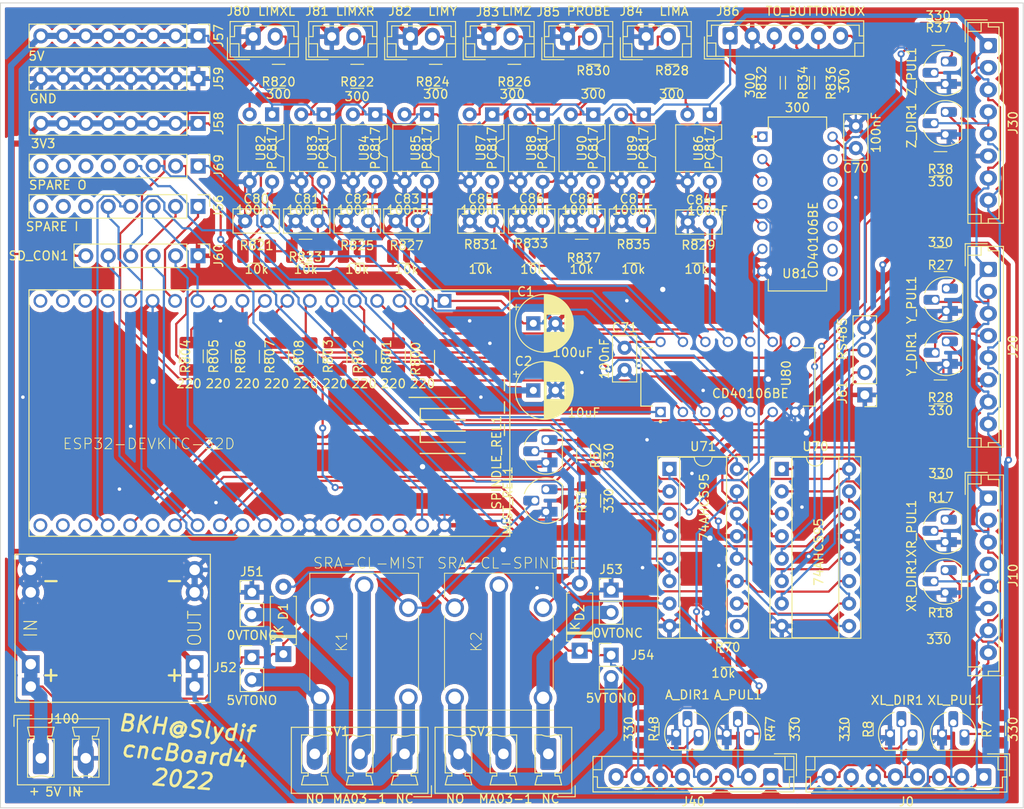
<source format=kicad_pcb>
(kicad_pcb (version 20211014) (generator pcbnew)
  (layers (0 "F.Cu" signal) (31 "B.Cu" signal) (34 "B.Paste" user) (35 "F.Paste" user) (36 "B.SilkS" user "B.Silkscreen") (37 "F.SilkS" user "F.Silkscreen") (38 "B.Mask" user) (39 "F.Mask" user) (44 "Edge.Cuts" user))
  (net 0 "")
  (net 1 "Net-(A_DIR1-Pad2)")
  (net 2 "GND")
  (net 3 "Net-(C2-Pad1)")
  (net 4 "Net-(D1-Pad2)")
  (net 5 "Net-(D2-Pad2)")
  (net 6 "16_RES")
  (net 7 "ENA+")
  (net 8 "Net-(J0-Pad4)")
  (net 9 "Net-(A_DIR1-Pad3)")
  (net 10 "Net-(A_PUL1-Pad2)")
  (net 11 "Net-(A_PUL1-Pad3)")
  (net 12 "Net-(XL_PUL1-Pad2)")
  (net 13 "Net-(J10-Pad4)")
  (net 14 "Net-(J10-Pad2)")
  (net 15 "+5V")
  (net 16 "+3.3V")
  (net 17 "Net-(C80-Pad2)")
  (net 18 "Net-(C81-Pad2)")
  (net 19 "Net-(Y_PUL1-Pad2)")
  (net 20 "Net-(Y_DIR1-Pad2)")
  (net 21 "Net-(Z_PUL1-Pad2)")
  (net 22 "Net-(C82-Pad2)")
  (net 23 "Net-(C83-Pad2)")
  (net 24 "Net-(C84-Pad2)")
  (net 25 "Net-(C85-Pad2)")
  (net 26 "Net-(Z_DIR1-Pad2)")
  (net 27 "Net-(C86-Pad2)")
  (net 28 "Net-(C87-Pad2)")
  (net 29 "Net-(C88-Pad2)")
  (net 30 "/rest/nc1")
  (net 31 "/rest/no1")
  (net 32 "/rest/nc2")
  (net 33 "/rest/no2")
  (net 34 "18_SD_CLK")
  (net 35 "23_SD_MOSI")
  (net 36 "5_SD_CS")
  (net 38 "/rest/com1")
  (net 39 "/rest/com2")
  (net 40 "12_RES")
  (net 41 "13_RES")
  (net 42 "14_RES")
  (net 43 "15_RES")
  (net 46 "19_SD_MISO")
  (net 47 "Net-(MIST_REL1-Pad3)")
  (net 48 "Net-(R7-Pad2)")
  (net 49 "Net-(R8-Pad2)")
  (net 50 "Net-(R27-Pad2)")
  (net 51 "Net-(R28-Pad2)")
  (net 52 "Net-(R37-Pad2)")
  (net 53 "Net-(R38-Pad2)")
  (net 54 "Net-(R52-Pad2)")
  (net 55 "Net-(R17-Pad2)")
  (net 56 "Net-(R18-Pad2)")
  (net 57 "SDO71_4")
  (net 58 "SDO71_5")
  (net 59 "SDO71_6")
  (net 60 "SDO71_7")
  (net 65 "Net-(J80-Pad2)")
  (net 66 "Net-(J81-Pad2)")
  (net 67 "Net-(J82-Pad2)")
  (net 68 "Net-(J83-Pad2)")
  (net 69 "Net-(J84-Pad2)")
  (net 70 "Net-(J85-Pad2)")
  (net 71 "/schmitt trigger chips/or")
  (net 72 "/schmitt trigger chips/or\\wh")
  (net 73 "/schmitt trigger chips/gr")
  (net 74 "XL_STEP")
  (net 75 "XL_DIR")
  (net 76 "XR_STEP")
  (net 77 "XR_DIR")
  (net 78 "Y_STEP")
  (net 79 "Y_DIR")
  (net 80 "Z_STEP")
  (net 81 "Z_DIR")
  (net 82 "A_STEP")
  (net 83 "A_DIR")
  (net 84 "MIST")
  (net 85 "SPINDLE")
  (net 86 "22_I2S_BCK")
  (net 87 "36_LIM_XL")
  (net 88 "Net-(R800-Pad2)")
  (net 89 "39_LIM_XR")
  (net 90 "Net-(R801-Pad2)")
  (net 91 "34_LIM_Y")
  (net 92 "Net-(R802-Pad2)")
  (net 93 "35_LIM_Z")
  (net 94 "Net-(R803-Pad2)")
  (net 95 "27_LIM_A")
  (net 96 "Net-(R804-Pad2)")
  (net 97 "26_PROBE")
  (net 98 "Net-(R805-Pad2)")
  (net 99 "25_BTN_CYCLESTART")
  (net 100 "Net-(R806-Pad2)")
  (net 101 "33_BTN_FEEDHOLD")
  (net 102 "Net-(R807-Pad2)")
  (net 103 "32_BTN_RESET")
  (net 104 "Net-(R808-Pad2)")
  (net 105 "Net-(R820-Pad1)")
  (net 106 "Net-(R822-Pad1)")
  (net 107 "Net-(R824-Pad1)")
  (net 108 "Net-(R826-Pad1)")
  (net 109 "Net-(R828-Pad1)")
  (net 110 "Net-(R830-Pad1)")
  (net 111 "Net-(R832-Pad1)")
  (net 112 "Net-(R834-Pad1)")
  (net 113 "Net-(R836-Pad1)")
  (net 120 "21_I2S_DATA")
  (net 121 "17_I2S_WS")
  (net 126 "Net-(U70-Pad9)")
  (net 134 "4_RS485_RX")
  (net 135 "2_RS485_TX")
  (footprint "extra kicad footprints:DC-DC-STEP-DOWN-MP1584" (layer "F.Cu") (at 139.7 132.08)
    (fp_text reference "B1" hide)
    (fp_text value "BUCK-MP1584" hide)
  )
  (footprint "Capacitor_THT:CP_Radial_D6.3mm_P2.50mm" (layer "F.Cu") (at 187.2856 97.562)
    (fp_text reference "C1")
    (fp_text value "100uF")
  )
  (footprint "Capacitor_THT:CP_Radial_D6.3mm_P2.50mm" (layer "F.Cu") (at 187.2856 105.156)
    (fp_text reference "C2")
    (fp_text value "10uF")
  )
  (footprint "Diode_THT:D_A-405_P7.62mm_Horizontal" (layer "F.Cu") (at 159.004 135.001 90)
    (fp_text reference "D1")
    (fp_text value "BYV26E")
  )
  (footprint "Diode_THT:D_A-405_P7.62mm_Horizontal" (layer "F.Cu") (at 192.532 134.62 90)
    (fp_text reference "D2")
    (fp_text value "BYV26E")
  )
  (footprint "Connector_JST:JST_EH_B8B-EH-A_1x08_P2.50mm_Vertical" (layer "F.Cu") (at 238.252 148.916 180)
    (fp_text reference "J0")
    (fp_text value "XL_CTRL")
  )
  (footprint "Connector_JST:JST_EH_B8B-EH-A_1x08_P2.50mm_Vertical" (layer "F.Cu") (at 238.76 117.348 -90)
    (fp_text reference "J10")
    (fp_text value "XR_CTRL")
  )
  (footprint "Connector_JST:JST_EH_B8B-EH-A_1x08_P2.50mm_Vertical" (layer "F.Cu") (at 238.76 91.46 -90)
    (fp_text reference "J20")
    (fp_text value "Y_CTRL")
  )
  (footprint "Connector_JST:JST_EH_B8B-EH-A_1x08_P2.50mm_Vertical" (layer "F.Cu") (at 238.76 66.12 -90)
    (fp_text reference "J30")
    (fp_text value "Z_CTRL")
  )
  (footprint "Connector_JST:JST_EH_B8B-EH-A_1x08_P2.50mm_Vertical" (layer "F.Cu") (at 214.149 148.902 180)
    (fp_text reference "J40")
    (fp_text value "A_CTRL")
  )
  (footprint "Connector_PinHeader_2.54mm:PinHeader_1x02_P2.54mm_Vertical" (layer "F.Cu") (at 155.448 128.011)
    (fp_text reference "J51")
    (fp_text value "0VTONC")
  )
  (footprint "Connector_PinHeader_2.54mm:PinHeader_1x02_P2.54mm_Vertical" (layer "F.Cu") (at 155.448 135.377)
    (fp_text reference "J52")
    (fp_text value "5VTONO")
  )
  (footprint "Connector_PinHeader_2.54mm:PinHeader_1x02_P2.54mm_Vertical" (layer "F.Cu") (at 196.088 127.757)
    (fp_text reference "J53")
    (fp_text value "0VTONC")
  )
  (footprint "Connector_PinHeader_2.54mm:PinHeader_1x02_P2.54mm_Vertical" (layer "F.Cu") (at 196.088 135.123)
    (fp_text reference "J54")
    (fp_text value "5VTONO")
  )
  (footprint "Connector_PinHeader_2.54mm:PinHeader_1x08_P2.54mm_Vertical" (layer "F.Cu") (at 149.352 84.328 -90)
    (fp_text reference "J56")
    (fp_text value "SPARE I")
  )
  (footprint "Connector_PinHeader_2.54mm:PinHeader_1x08_P2.54mm_Vertical" (layer "F.Cu") (at 149.352 65.024 -90)
    (fp_text reference "J57")
    (fp_text value "5V")
  )
  (footprint "Connector_PinHeader_2.54mm:PinHeader_1x08_P2.54mm_Vertical" (layer "F.Cu") (at 149.367 74.93 -90)
    (fp_text reference "J58")
    (fp_text value "3V3")
  )
  (footprint "Connector_PinHeader_2.54mm:PinHeader_1x08_P2.54mm_Vertical" (layer "F.Cu") (at 149.352 69.85 -90)
    (fp_text reference "J59")
    (fp_text value "GND")
  )
  (footprint "Connector_PinHeader_2.54mm:PinHeader_1x06_P2.54mm_Vertical" (layer "F.Cu") (at 149.352 89.916 -90)
    (fp_text reference "J60")
    (fp_text value "SD_CON1")
  )
  (footprint "Connector_Phoenix_MC_HighVoltage:PhoenixContact_MCV_1,5_2-G-5.08_1x02_P5.08mm_Vertical" (layer "F.Cu") (at 131.572 146.7925)
    (fp_text reference "J100")
    (fp_text value "5V IN")
  )
  (footprint "extra kicad footprints:SRA12VDCCL" (layer "F.Cu") (at 168.148 133.604 -90)
    (fp_text reference "K1")
    (fp_text value "SRA-CL-MIST")
  )
  (footprint "extra kicad footprints:SRA12VDCCL" (layer "F.Cu") (at 183.388 133.604 -90)
    (fp_text reference "K2")
    (fp_text value "SRA-CL-SPINDLE")
  )
  (footprint "Connector_Phoenix_MC_HighVoltage:PhoenixContact_MCV_1,5_3-G-5.08_1x03_P5.08mm_Vertical" (layer "F.Cu") (at 172.72 146.304 180)
    (fp_text reference "SV1")
    (fp_text value "MA03-1")
  )
  (footprint "Connector_Phoenix_MC_HighVoltage:PhoenixContact_MCV_1,5_3-G-5.08_1x03_P5.08mm_Vertical" (layer "F.Cu") (at 188.9825 146.304 180)
    (fp_text reference "SV2")
    (fp_text value "MA03-1")
  )
  (footprint "extra kicad footprints:MODULE_ESP32-DEVKITC-32D" (layer "F.Cu") (at 157.48 107.722 -90)
    (fp_text reference "U1" hide)
    (fp_text value "ESP32-DEVKITC-32D")
  )
  (footprint "Resistor_SMD:R_1210_3225Metric_Pad1.30x2.65mm_HandSolder" (layer "F.Cu") (at 239.368 143.51 -90)
    (fp_text reference "R7")
    (fp_text value "330")
  )
  (footprint "Resistor_SMD:R_1210_3225Metric_Pad1.30x2.65mm_HandSolder" (layer "F.Cu") (at 224.382 143.51 -90)
    (fp_text reference "R8")
    (fp_text value "330")
  )
  (footprint "Resistor_SMD:R_1210_3225Metric_Pad1.30x2.65mm_HandSolder" (layer "F.Cu") (at 233.354 90.344)
    (fp_text reference "R27")
    (fp_text value "330")
  )
  (footprint "Resistor_SMD:R_1210_3225Metric_Pad1.30x2.65mm_HandSolder" (layer "F.Cu") (at 233.354 105.33)
    (fp_text reference "R28")
    (fp_text value "330")
  )
  (footprint "Resistor_SMD:R_1210_3225Metric_Pad1.30x2.65mm_HandSolder" (layer "F.Cu") (at 233.1 64.75)
    (fp_text reference "R37")
    (fp_text value "330")
  )
  (footprint "Resistor_SMD:R_1210_3225Metric_Pad1.30x2.65mm_HandSolder" (layer "F.Cu") (at 233.354 79.482)
    (fp_text reference "R38")
    (fp_text value "330")
  )
  (footprint "Resistor_SMD:R_1210_3225Metric_Pad1.30x2.65mm_HandSolder" (layer "F.Cu") (at 193.548 117.654 90)
    (fp_text reference "R51")
    (fp_text value "330")
  )
  (footprint "Resistor_SMD:R_1210_3225Metric_Pad1.30x2.65mm_HandSolder" (layer "F.Cu") (at 193.548 112.522 90)
    (fp_text reference "R52")
    (fp_text value "330")
  )
  (footprint "Resistor_SMD:R_1210_3225Metric_Pad1.30x2.65mm_HandSolder" (layer "F.Cu") (at 233.406 116.486)
    (fp_text reference "R17")
    (fp_text value "330")
  )
  (footprint "Resistor_SMD:R_1210_3225Metric_Pad1.30x2.65mm_HandSolder" (layer "F.Cu") (at 233.354 131.218)
    (fp_text reference "R18")
    (fp_text value "330")
  )
  (footprint "Package_TO_SOT_THT:TO-92_HandSolder" (layer "F.Cu") (at 234.015 96.165 90)
    (fp_text reference "Y_PUL1")
    (fp_text value "BC637")
  )
  (footprint "Resistor_SMD:R_1210_3225Metric_Pad1.30x2.65mm_HandSolder" (layer "F.Cu") (at 220.472 70.332 90)
    (fp_text reference "R836")
    (fp_text value "300")
  )
  (footprint "Capacitor_THT:C_Disc_D5.0mm_W2.5mm_P2.50mm" (layer "F.Cu") (at 191.526 85.989)
    (fp_text reference "C88")
    (fp_text value "100nF")
  )
  (footprint "Resistor_SMD:R_1210_3225Metric_Pad1.30x2.65mm_HandSolder" (layer "F.Cu") (at 174.752 101.346 -90)
    (fp_text reference "R800")
    (fp_text value "220")
  )
  (footprint "Package_DIP:DIP-4_W7.62mm" (layer "F.Cu") (at 188.351 73.924 -90)
    (fp_text reference "U88")
    (fp_text value "PC817")
  )
  (footprint "Resistor_SMD:R_1210_3225Metric_Pad1.30x2.65mm_HandSolder" (layer "F.Cu") (at 167.36 69.596)
    (fp_text reference "R822")
    (fp_text value "300")
  )
  (footprint "Package_TO_SOT_THT:TO-92_HandSolder" (layer "F.Cu") (at 227.651 144.044)
    (fp_text reference "XL_DIR1")
    (fp_text value "BC637")
  )
  (footprint "Resistor_SMD:R_1210_3225Metric_Pad1.30x2.65mm_HandSolder" (layer "F.Cu") (at 164.846 101.294 -90)
    (fp_text reference "R803")
    (fp_text value "220")
  )
  (footprint "Package_TO_SOT_THT:TO-92_HandSolder" (layer "F.Cu") (at 233.9 76.18 90)
    (fp_text reference "Z_DIR1")
    (fp_text value "BC637")
  )
  (footprint "Resistor_SMD:R_1210_3225Metric_Pad1.30x2.65mm_HandSolder" (layer "F.Cu") (at 181.33 89.398 180)
    (fp_text reference "R831")
    (fp_text value "10k")
  )
  (footprint "Package_DIP:DIP-4_W7.62mm" (layer "F.Cu") (at 194.066 73.924 -90)
    (fp_text reference "U90")
    (fp_text value "PC817")
  )
  (footprint "Resistor_SMD:R_1210_3225Metric_Pad1.30x2.65mm_HandSolder" (layer "F.Cu") (at 209.27 135.128)
    (fp_text reference "R70")
    (fp_text value "10k")
  )
  (footprint "Package_DIP:DIP-4_W7.62mm" (layer "F.Cu") (at 169.418 73.914 -90)
    (fp_text reference "U84")
    (fp_text value "PC817")
  )
  (footprint "Capacitor_THT:C_Disc_D5.0mm_W2.5mm_P2.50mm" (layer "F.Cu") (at 154.686 85.979)
    (fp_text reference "C80")
    (fp_text value "100nF")
  )
  (footprint "Package_DIP:DIP-4_W7.62mm" (layer "F.Cu") (at 157.734 73.914 -90)
    (fp_text reference "U82")
    (fp_text value "PC817")
  )
  (footprint "Package_DIP:DIP-4_W7.62mm" (layer "F.Cu") (at 163.576 73.914 -90)
    (fp_text reference "U83")
    (fp_text value "PC817")
  )
  (footprint "Package_TO_SOT_THT:TO-92_HandSolder" (layer "F.Cu") (at 233.526 144.044)
    (fp_text reference "XL_PUL1")
    (fp_text value "BC637")
  )
  (footprint "Package_TO_SOT_THT:TO-92_HandSolder" (layer "F.Cu") (at 203.454 144.018)
    (fp_text reference "A_DIR1")
    (fp_text value "BC637")
  )
  (footprint "Capacitor_THT:C_Disc_D5.0mm_W2.5mm_P2.50mm" (layer "F.Cu") (at 171.724 85.979)
    (fp_text reference "C83")
    (fp_text value "100nF")
  )
  (footprint "Resistor_SMD:R_1210_3225Metric_Pad1.30x2.65mm_HandSolder" (layer "F.Cu") (at 154.94 101.346 -90)
    (fp_text reference "R806")
    (fp_text value "220")
  )
  (footprint "Resistor_SMD:R_1210_3225Metric_Pad1.30x2.65mm_HandSolder" (layer "F.Cu") (at 205.968 89.398 180)
    (fp_text reference "R829")
    (fp_text value "10k")
  )
  (footprint "Resistor_SMD:R_1210_3225Metric_Pad1.30x2.65mm_HandSolder" (layer "F.Cu") (at 158.47 69.596)
    (fp_text reference "R820")
    (fp_text value "300")
  )
  (footprint "Capacitor_THT:C_Disc_D5.0mm_W2.5mm_P2.50mm" (layer "F.Cu") (at 197.261 85.989)
    (fp_text reference "C87")
    (fp_text value "100nF")
  )
  (footprint "Package_TO_SOT_THT:TO-92_HandSolder" (layer "F.Cu") (at 234.015 102.155 90)
    (fp_text reference "Y_DIR1")
    (fp_text value "BC637")
  )
  (footprint "Resistor_SMD:R_1210_3225Metric_Pad1.30x2.65mm_HandSolder" (layer "F.Cu") (at 155.982 89.398)
    (fp_text reference "R821")
    (fp_text value "10k")
  )
  (footprint "Resistor_SMD:R_1210_3225Metric_Pad1.30x2.65mm_HandSolder" (layer "F.Cu") (at 167.36 89.398 180)
    (fp_text reference "R825")
    (fp_text value "10k")
  )
  (footprint "Package_DIP:DIP-4_W7.62mm" (layer "F.Cu") (at 182.631 73.914 -90)
    (fp_text reference "U87")
    (fp_text value "PC817")
  )
  (footprint "Resistor_SMD:R_1210_3225Metric_Pad1.30x2.65mm_HandSolder" (layer "F.Cu") (at 214.884 143.484 -90)
    (fp_text reference "R47")
    (fp_text value "330")
  )
  (footprint "Package_DIP:DIP-16_W7.62mm_Socket" (layer "F.Cu") (at 215.392 114.046)
    (fp_text reference "U70")
    (fp_text value "74AHC595")
  )
  (footprint "Capacitor_THT:C_Disc_D5.0mm_W2.5mm_P2.50mm" (layer "F.Cu") (at 160.406 85.979)
    (fp_text reference "C81")
    (fp_text value "100nF")
  )
  (footprint "Package_DIP:DIP-16_W7.62mm_Socket" (layer "F.Cu") (at 202.692 114.046)
    (fp_text reference "U71")
    (fp_text value "74AHC595")
  )
  (footprint "Package_TO_SOT_THT:TO-92_HandSolder" (layer "F.Cu") (at 233.888 122.328 90)
    (fp_text reference "XR_PUL1")
    (fp_text value "BC637")
  )
  (footprint "Resistor_SMD:R_1210_3225Metric_Pad1.30x2.65mm_HandSolder" (layer "F.Cu") (at 168.148 101.346 -90)
    (fp_text reference "R802")
    (fp_text value "220")
  )
  (footprint "Connector_PinHeader_2.54mm:PinHeader_1x08_P2.54mm_Vertical" (layer "F.Cu") (at 149.367 79.756 -90)
    (fp_text reference "J69")
    (fp_text value "SPARE O")
  )
  (footprint "Package_TO_SOT_THT:TO-92_HandSolder" (layer "F.Cu") (at 233.888 128.043 90)
    (fp_text reference "XR_DIR1")
    (fp_text value "BC637")
  )
  (footprint "Resistor_SMD:R_1210_3225Metric_Pad1.30x2.65mm_HandSolder" (layer "F.Cu") (at 151.765 101.294 -90)
    (fp_text reference "R805")
    (fp_text value "220")
  )
  (footprint "Resistor_SMD:R_1210_3225Metric_Pad1.30x2.65mm_HandSolder" (layer "F.Cu") (at 161.518 89.398 180)
    (fp_text reference "R823")
    (fp_text value "10k")
  )
  (footprint "Package_DIP:DIP-4_W7.62mm" (layer "F.Cu") (at 207.264 73.924 -90)
    (fp_text reference "U86")
    (fp_text value "PC817")
  )
  (footprint "extra kicad footprints:DIP794W45P254L1969H508Q14" (layer "F.Cu") (at 209.296 103.632 90)
    (fp_text reference "U80")
    (fp_text value "CD40106BE")
  )
  (footprint "Resistor_SMD:R_1210_3225Metric_Pad1.30x2.65mm_HandSolder" (layer "F.Cu") (at 192.76 89.398 180)
    (fp_text reference "R837")
    (fp_text value "10k")
  )
  (footprint "extra kicad footprints:DIP794W45P254L1969H508Q14" (layer "F.Cu") (at 217.17 84.054)
    (fp_text reference "U81")
    (fp_text value "CD40106BE")
  )
  (footprint "Resistor_SMD:R_1210_3225Metric_Pad1.30x2.65mm_HandSolder" (layer "F.Cu") (at 217.17 70.332 90)
    (fp_text reference "R834")
    (fp_text value "300")
  )
  (footprint "Resistor_SMD:R_1210_3225Metric_Pad1.30x2.65mm_HandSolder" (layer "F.Cu") (at 161.544 101.346 -90)
    (fp_text reference "R808")
    (fp_text value "220")
  )
  (footprint "Connector_JST:JST_EH_B2B-EH-A_1x02_P2.50mm_Vertical" (layer "F.Cu") (at 191.155 65.105)
    (fp_text reference "J85")
    (fp_text value "PROBE")
  )
  (footprint "Connector_JST:JST_EH_B2B-EH-A_1x02_P2.50mm_Vertical" (layer "F.Cu") (at 164.485 65.105)
    (fp_text reference "J81")
    (fp_text value "LIMXR")
  )
  (footprint "Package_TO_SOT_THT:TO-92_HandSolder" (layer "F.Cu") (at 188.722 113.31 90)
    (fp_text reference "SPINDLE_REL1")
    (fp_text value "BC637")
  )
  (footprint "Resistor_SMD:R_1210_3225Metric_Pad1.30x2.65mm_HandSolder" (layer "F.Cu") (at 172.948 89.398 180)
    (fp_text reference "R827")
    (fp_text value "10k")
  )
  (footprint "Connector_JST:JST_EH_B2B-EH-A_1x02_P2.50mm_Vertical" (layer "F.Cu") (at 173.375 65.105)
    (fp_text reference "J82")
    (fp_text value "LIMY")
  )
  (footprint "Package_TO_SOT_THT:TO-92_HandSolder" (layer "F.Cu") (at 209.169 144.018)
    (fp_text reference "A_PUL1")
    (fp_text value "BC637")
  )
  (footprint "Connector_PinHeader_2.54mm:PinHeader_1x04_P2.54mm_Vertical" (layer "F.Cu") (at 224.79 105.664 180)
    (fp_text reference "J61")
    (fp_text value "RS485")
  )
  (footprint "Resistor_SMD:R_1210_3225Metric_Pad1.30x2.65mm_HandSolder" (layer "F.Cu") (at 187.172 89.398 180)
    (fp_text reference "R833")
    (fp_text value "10k")
  )
  (footprint "Connector_JST:JST_EH_B6B-EH-A_1x06_P2.50mm_Vertical" (layer "F.Cu") (at 209.55 65.024)
    (fp_text reference "J86")
    (fp_text value "TO_BUTTONBOX")
  )
  (footprint "Connector_JST:JST_EH_B2B-EH-A_1x02_P2.50mm_Vertical" (layer "F.Cu") (at 182.265 65.105)
    (fp_text reference "J83")
    (fp_text value "LIMZ")
  )
  (footprint "Package_TO_SOT_THT:TO-92_HandSolder" (layer "F.Cu") (at 188.722 118.898 90)
    (fp_text reference "MIST_REL1")
    (fp_text value "BC637")
  )
  (footprint "Capacitor_THT:C_Disc_D5.0mm_W2.5mm_P2.50mm" (layer "F.Cu") (at 185.851 85.989)
    (fp_text reference "C86")
    (fp_text value "100nF")
  )
  (footprint "Resistor_SMD:R_1210_3225Metric_Pad1.30x2.65mm_HandSolder" (layer "F.Cu") (at 194.082 69.596 180)
    (fp_text reference "R830")
    (fp_text value "300")
  )
  (footprint "Capacitor_THT:C_Disc_D5.0mm_W2.5mm_P2.50mm" (layer "F.Cu") (at 223.774 77.724 90)
    (fp_text reference "C70")
    (fp_text value "100nF")
  )
  (footprint "Package_TO_SOT_THT:TO-92_HandSolder" (layer "F.Cu") (at 233.9 70.465 90)
    (fp_text reference "Z_PUL1")
    (fp_text value "BC637")
  )
  (footprint "Resistor_SMD:R_1210_3225Metric_Pad1.30x2.65mm_HandSolder" (layer "F.Cu") (at 171.45 101.346 -90)
    (fp_text reference "R801")
    (fp_text value "220")
  )
  (footprint "Resistor_SMD:R_1210_3225Metric_Pad1.30x2.65mm_HandSolder" (layer "F.Cu") (at 198.602 89.398 180)
    (fp_text reference "R835")
    (fp_text value "10k")
  )
  (footprint "Capacitor_THT:C_Disc_D5.0mm_W2.5mm_P2.50mm" (layer "F.Cu") (at 204.764 86.096)
    (fp_text reference "C84")
    (fp_text value "100nF")
  )
  (footprint "Resistor_SMD:R_1210_3225Metric_Pad1.30x2.65mm_HandSolder" (layer "F.Cu") (at 213.868 70.332 90)
    (fp_text reference "R832")
    (fp_text value "300")
  )
  (footprint "Connector_JST:JST_EH_B2B-EH-A_1x02_P2.50mm_Vertical" (layer "F.Cu") (at 200.045 65.105)
    (fp_text reference "J84")
    (fp_text value "LIMA")
  )
  (footprint "Capacitor_THT:C_Disc_D5.0mm_W2.5mm_P2.50mm" (layer "F.Cu") (at 166.116 85.979)
    (fp_text reference "C82")
    (fp_text value "100nF")
  )
  (footprint "Capacitor_THT:C_Disc_D5.0mm_W2.5mm_P2.50mm" (layer "F.Cu") (at 197.612 100.33 -90)
    (fp_text reference "C71")
    (fp_text value "100nF")
  )
  (footprint "Resistor_SMD:R_1210_3225Metric_Pad1.30x2.65mm_HandSolder" (layer "F.Cu") (at 202.972 69.596 180)
    (fp_text reference "R828")
    (fp_text value "300")
  )
  (footprint "Resistor_SMD:R_1210_3225Metric_Pad1.30x2.65mm_HandSolder" (layer "F.Cu") (at 200.152 143.484 -90)
    (fp_text reference "R48")
    (fp_text value "330")
  )
  (footprint "Connector_JST:JST_EH_B2B-EH-A_1x02_P2.50mm_Vertical" (layer "F.Cu") (at 155.595 65.105)
    (fp_text reference "J80")
    (fp_text value "LIMXL")
  )
  (footprint "Resistor_SMD:R_1210_3225Metric_Pad1.30x2.65mm_HandSolder" (layer "F.Cu") (at 176.25 69.596)
    (fp_text reference "R824")
    (fp_text value "300")
  )
  (footprint "Resistor_SMD:R_1210_3225Metric_Pad1.30x2.65mm_HandSolder" (layer "F.Cu") (at 158.242 101.346 -90)
    (fp_text reference "R807")
    (fp_text value "220")
  )
  (footprint "Resistor_SMD:R_1210_3225Metric_Pad1.30x2.65mm_HandSolder" (layer "F.Cu") (at 148.59 101.294 -90)
    (fp_text reference "R804")
    (fp_text value "220")
  )
  (footprint "Resistor_SMD:R_1210_3225Metric_Pad1.30x2.65mm_HandSolder" (layer "F.Cu") (at 185.14 69.596)
    (fp_text reference "R826")
    (fp_text value "300")
  )
  (footprint "Package_DIP:DIP-4_W7.62mm" (layer "F.Cu") (at 199.781 73.924 -90)
    (fp_text reference "U89")
    (fp_text value "PC817")
  )
  (footprint "Capacitor_THT:C_Disc_D5.0mm_W2.5mm_P2.50mm" (layer "F.Cu") (at 180.106 85.989)
    (fp_text reference "C85")
    (fp_text value "100nF")
  )
  (footprint "Package_DIP:DIP-4_W7.62mm" (layer "F.Cu") (at 175.26 73.904 -90)
    (fp_text reference "U85")
    (fp_text value "PC817")
  )
  (gr_line (start 174.498 111.024) (end 179.578 111.024) (layer "F.SilkS") (width 0.15))
  (gr_line (start 179.578 112.294) (end 174.498 112.294) (layer "F.SilkS") (width 0.15))
  (gr_line (start 179.578 107.214) (end 174.498 107.214) (layer "F.SilkS") (width 0.15))
  (gr_line (start 173.228 105.944) (end 179.578 105.944) (layer "F.SilkS") (width 0.15))
  (gr_line (start 174.498 107.214) (end 174.498 108.484) (layer "F.SilkS") (width 0.15))
  (gr_line (start 184.023 106.452) (end 184.023 107.722) (layer "F.SilkS") (width 0.15))
  (gr_line (start 174.498 108.484) (end 179.578 108.484) (layer "F.SilkS") (width 0.15))
  (gr_line (start 184.023 104.547) (end 184.023 105.182) (layer "F.SilkS") (width 0.15))
  (gr_line (start 179.578 109.754) (end 174.498 109.754) (layer "F.SilkS") (width 0.15))
  (gr_line (start 184.023 108.992) (end 184.023 110.262) (layer "F.SilkS") (width 0.15))
  (gr_line (start 174.498 109.754) (end 174.498 111.024) (layer "F.SilkS") (width 0.15))
  (gr_line (start 184.023 103.912) (end 184.023 104.547) (layer "F.SilkS") (width 0.15))
  (gr_line (start 127 61.29) (end 127 152.4) (layer "Edge.Cuts") (width 0.1))
  (gr_line (start 127 152.4) (end 242.71 152.4) (layer "Edge.Cuts") (width 0.1))
  (gr_line (start 127 61.29) (end 242.71 61.29) (layer "Edge.Cuts") (width 0.1))
  (gr_line (start 242.71 61.29) (end 242.71 152.4) (layer "Edge.Cuts") (width 0.1))
  (gr_text "BKH@Slydif\ncncBoard4\n2022" (at 147.828 146.304 -5) (layer "F.SilkS") (effects (font (size 1.8 1.8) (thickness 0.3) italic)))
  (gr_text "NO" (at 162.56 151.384) (layer "F.SilkS") (effects (font (size 1 1))))
  (gr_text "NO" (at 178.435 151.384) (layer "F.SilkS") (effects (font (size 1 1))))
  (gr_text "NC" (at 189.23 151.384) (layer "F.SilkS") (effects (font (size 1 1))))
  (gr_text "+     -" (at 133.35 150.495) (layer "F.SilkS") (effects (font (size 1 1))))
  (gr_text "NC" (at 172.72 151.384) (layer "F.SilkS") (effects (font (size 1 1))))
  (segment (start 204.724 146.977) (end 205.4739 147.7269) (width 0.25) (layer "B.Cu") (net 1))
  (segment (start 205.4739 147.7269) (end 205.4739 148.902) (width 0.25) (layer "B.Cu") (net 1))
  (segment (start 206.649 148.902) (end 205.4739 148.902) (width 0.25) (layer "B.Cu") (net 1))
  (segment (start 204.724 142.748) (end 204.724 146.977) (width 0.25) (layer "B.Cu") (net 1))
  (segment (start 198.3628 103.5808) (end 197.612 102.83) (width 0.25) (layer "F.Cu") (net 2))
  (segment (start 154.686 85.979) (end 154.686 82.042) (width 0.25) (layer "F.Cu") (net 2))
  (segment (start 157.045 63.655) (end 163.035 63.655) (width 0.5) (layer "F.Cu") (net 2))
  (segment (start 213.868 103.886) (end 204.47 103.886) (width 0.25) (layer "F.Cu") (net 2))
  (segment (start 206.052305 129.4694) (end 205.0486 129.4694) (width 0.25) (layer "F.Cu") (net 2))
  (segment (start 175.336522 63.655) (end 180.815 63.655) (width 0.5) (layer "F.Cu") (net 2))
  (segment (start 142.023 106.389) (end 144.272 104.14) (width 0.25) (layer "F.Cu") (net 2))
  (segment (start 198.44 63.5) (end 200.045 65.105) (width 0.5) (layer "F.Cu") (net 2))
  (segment (start 164.485 65.105) (end 166.09 63.5) (width 0.5) (layer "F.Cu") (net 2))
  (segment (start 180.815 63.655) (end 182.265 65.105) (width 0.5) (layer "F.Cu") (net 2))
  (segment (start 233.68 102.49) (end 234.015 102.155) (width 0.25) (layer "F.Cu") (net 2))
  (segment (start 189.705 63.655) (end 191.155 65.105) (width 0.5) (layer "F.Cu") (net 2))
  (segment (start 207.4759 121.666) (end 207.264 121.8779) (width 0.25) (layer "F.Cu") (net 2))
  (segment (start 201.909997 63.240003) (end 210.266003 63.240003) (width 0.5) (layer "F.Cu") (net 2))
  (segment (start 210.266003 63.240003) (end 212.05 65.024) (width 0.5) (layer "F.Cu") (net 2))
  (segment (start 206.947452 130.364548) (end 206.052305 129.4694) (width 0.25) (layer "F.Cu") (net 2))
  (segment (start 173.886522 65.105) (end 175.336522 63.655) (width 0.5) (layer "F.Cu") (net 2))
  (segment (start 196.088 127.757) (end 198.623 127.757) (width 0.25) (layer "F.Cu") (net 2))
  (segment (start 207.72 135.128) (end 207.72 131.137095) (width 0.25) (layer "F.Cu") (net 2))
  (segment (start 191.155 65.105) (end 192.76 63.5) (width 0.5) (layer "F.Cu") (net 2))
  (segment (start 200.045 65.105) (end 201.909997 63.240003) (width 0.5) (layer "F.Cu") (net 2))
  (segment (start 218.181 109.982) (end 222.499 105.664) (width 0.25) (layer "F.Cu") (net 2))
  (segment (start 234.265827 106.98) (end 233.68 106.394173) (width 0.25) (layer "F.Cu") (net 2))
  (segment (start 174.752 113.792) (end 188.24 113.792) (width 0.25) (layer "F.Cu") (net 2))
  (segment (start 233.68 106.394173) (end 233.68 102.49) (width 0.25) (layer "F.Cu") (net 2))
  (segment (start 150.85 69.85) (end 155.595 65.105) (width 0.5) (layer "F.Cu") (net 2))
  (segment (start 173.375 65.105) (end 173.886522 65.105) (width 0.5) (layer "F.Cu") (net 2))
  (segment (start 210.312 121.666) (end 207.4759 121.666) (width 0.25) (layer "F.Cu") (net 2))
  (segment (start 234.015 102.155) (end 231.837109 102.155) (width 0.25) (layer "F.Cu") (net 2))
  (segment (start 188.24 113.792) (end 188.722 113.31) (width 0.25) (layer "F.Cu") (net 2))
  (segment (start 207.72 135.128) (end 207.72 142.569) (width 0.25) (layer "F.Cu") (net 2))
  (segment (start 222.499 105.664) (end 224.79 105.664) (width 0.25) (layer "F.Cu") (net 2))
  (segment (start 198.623 127.757) (end 202.692 131.826) (width 0.25) (layer "F.Cu") (net 2))
  (segment (start 130.009 106.389) (end 142.023 106.389) (width 0.25) (layer "F.Cu") (net 2))
  (segment (start 171.77 63.5) (end 173.375 65.105) (width 0.5) (layer "F.Cu") (net 2))
  (segment (start 149.352 69.85) (end 150.85 69.85) (width 0.5) (layer "F.Cu") (net 2))
  (segment (start 149.352 89.916) (end 151.093805 89.916) (width 0.25) (layer "F.Cu") (net 2))
  (segment (start 166.09 63.5) (end 171.77 63.5) (width 0.5) (layer "F.Cu") (net 2))
  (segment (start 238.76 103.96) (end 235.74 106.98) (width 0.25) (layer "F.Cu") (net 2))
  (segment (start 204.47 103.886) (end 204.1648 103.5808) (width 0.25) (layer "F.Cu") (net 2))
  (segment (start 205.0486 129.4694) (end 202.692 131.826) (width 0.25) (layer "F.Cu") (net 2))
  (segment (start 204.1648 103.5808) (end 198.3628 103.5808) (width 0.25) (layer "F.Cu") (net 2))
  (segment (start 192.76 63.5) (end 198.44 63.5) (width 0.5) (layer "F.Cu") (net 2))
  (segment (start 230.378 100.695891) (end 230.378 99.802) (width 0.25) (layer "F.Cu") (net 2))
  (segment (start 154.686 86.323805) (end 154.686 85.979) (width 0.25) (layer "F.Cu") (net 2))
  (segment (start 182.265 65.105) (end 183.715 63.655) (width 0.5) (layer "F.Cu") (net 2))
  (segment (start 193.774154 127.757) (end 196.088 127.757) (width 0.25) (layer "F.Cu") (net 2))
  (segment (start 151.093805 89.916) (end 154.686 86.323805) (width 0.25) (layer "F.Cu") (net 2))
  (segment (start 181.128 120.422) (end 177.24 120.422) (width 0.5) (layer "F.Cu") (net 2))
  (segment (start 154.686 82.042) (end 155.194 81.534) (width 0.25) (layer "F.Cu") (net 2))
  (segment (start 183.896 123.19) (end 181.128 120.422) (width 0.5) (layer "F.Cu") (net 2))
  (segment (start 233.9 76.18) (end 224.73 76.18) (width 0.25) (layer "F.Cu") (net 2))
  (segment (start 235.74 106.98) (end 234.265827 106.98) (width 0.25) (layer "F.Cu") (net 2))
  (segment (start 189.7856 97.562) (end 198.094 97.562) (width 0.25) (layer "F.Cu") (net 2))
  (segment (start 207.72 131.137095) (end 206.947452 130.364548) (width 0.25) (layer "F.Cu") (net 2))
  (segment (start 231.837109 102.155) (end 230.378 100.695891) (width 0.25) (layer "F.Cu") (net 2))
  (segment (start 183.715 63.655) (end 189.705 63.655) (width 0.5) (layer "F.Cu") (net 2))
  (segment (start 155.595 65.105) (end 157.045 63.655) (width 0.5) (layer "F.Cu") (net 2))
  (segment (start 129.539 105.919) (end 130.009 106.389) (width 0.25) (layer "F.Cu") (net 2))
  (segment (start 224.73 76.18) (end 223.774 75.224) (width 0.25) (layer "F.Cu") (net 2))
  (segment (start 191.978506 129.552648) (end 193.774154 127.757) (width 0.25) (layer "F.Cu") (net 2))
  (segment (start 163.035 63.655) (end 164.485 65.105) (width 0.5) (layer "F.Cu") (net 2))
  (segment (start 207.72 142.569) (end 209.169 144.018) (width 0.25) (layer "F.Cu") (net 2))
  (segment (start 198.094 97.562) (end 201.93 93.726) (width 0.25) (layer "F.Cu") (net 2))
  (segment (start 230.378 99.802) (end 234.015 96.165) (width 0.25) (layer "F.Cu") (net 2))
  (via (at 207.264 121.8779) (size 1.2) (drill 0.6) (layers "F.Cu" "B.Cu") (net 2))
  (via (at 141.732 109.22) (size 0.8) (drill 0.4) (layers "F.Cu" "B.Cu") (net 2))
  (via (at 183.896 123.19) (size 1.2) (drill 0.6) (layers "F.Cu" "B.Cu") (net 2))
  (via (at 206.502 105.156) (size 0.8) (drill 0.4) (layers "F.Cu" "B.Cu") (net 2))
  (via (at 201.93 93.726) (size 1.2) (drill 0.6) (layers "F.Cu" "B.Cu") (net 2))
  (via (at 151.384 117.856) (size 0.8) (drill 0.4) (layers "F.Cu" "B.Cu") (net 2))
  (via (at 200.152 110.744) (size 0.8) (drill 0.4) (layers "F.Cu" "B.Cu") (net 2))
  (via (at 182.372 99.822) (size 0.8) (drill 0.4) (layers "F.Cu" "B.Cu") (net 2))
  (via (at 213.868 103.886) (size 1.2) (drill 0.6) (layers "F.Cu" "B.Cu") (net 2))
  (via (at 197.866 94.996) (size 0.8) (drill 0.4) (layers "F.Cu" "B.Cu") (net 2))
  (via (at 205.232 114.554) (size 0.8) (drill 0.4) (layers "F.Cu" "B.Cu") (net 2))
  (via (at 191.978506 129.552648) (size 1.2) (drill 0.6) (layers "F.Cu" "B.Cu") (net 2))
  (via (at 218.181 109.982) (size 1.2) (drill 0.6) (layers "F.Cu" "B.Cu") (net 2))
  (via (at 140.462 116.332) (size 0.8) (drill 0.4) (layers "F.Cu" "B.Cu") (net 2))
  (via (at 129.539 105.919) (size 0.8) (drill 0.4) (layers "F.Cu" "B.Cu") (net 2))
  (via (at 223.774 83.312) (size 0.8) (drill 0.4) (layers "F.Cu" "B.Cu") (net 2))
  (via (at 206.947452 130.364548) (size 1.2) (drill 0.6) (layers "F.Cu" "B.Cu") (net 2))
  (via (at 180.086 97.282) (size 0.8) (drill 0.4) (layers "F.Cu" "B.Cu") (net 2))
  (via (at 192.786 103.124) (size 0.8) (drill 0.4) (layers "F.Cu" "B.Cu") (net 2))
  (via (at 208.28 124.968) (size 0.8) (drill 0.4) (layers "F.Cu" "B.Cu") (net 2))
  (via (at 218.44 123.952) (size 0.8) (drill 0.4) (layers "F.Cu" "B.Cu") (net 2))
  (via (at 181.356 105.918) (size 0.8) (drill 0.4) (layers "F.Cu" "B.Cu") (net 2))
  (via (at 174.752 113.792) (size 1.2) (drill 0.6) (layers "F.Cu" "B.Cu") (net 2))
  (via (at 217.678 118.364) (size 0.8) (drill 0.4) (layers "F.Cu" "B.Cu") (net 2))
  (via (at 144.272 104.14) (size 1.2) (drill 0.6) (layers "F.Cu" "B.Cu") (net 2))
  (via (at 187.706 127.508) (size 0.8) (drill 0.4) (layers "F.Cu" "B.Cu") (net 2))
  (via (at 151.892 97.282) (size 0.8) (drill 0.4) (layers "F.Cu" "B.Cu") (net 2))
  (via (at 199.644 125.222) (size 0.8) (drill 0.4) (layers "F.Cu" "B.Cu") (net 2))
  (segment (start 161.036 81.534) (end 161.036 85.349) (width 0.25) (layer "B.Cu") (net 2))
  (segment (start 186.936 80.419) (end 190.401 80.419) (width 0.25) (layer "B.Cu") (net 2))
  (segment (start 177.24 120.422) (end 177.24 116.28) (width 0.25) (layer "B.Cu") (net 2))
  (segment (start 223.674 122.328) (end 223.012 121.666) (width 0.25) (layer "B.Cu") (net 2))
  (segment (start 136.652 137.785) (end 130.429 131.562) (width 1.5) (layer "B.Cu") (net 2))
  (segment (start 216.845601 133.279601) (end 215.392 131.826) (width 0.25) (layer "B.Cu") (net 2))
  (segment (start 223.449601 133.279601) (end 223.336399 133.279601) (width 0.25) (layer "B.Cu") (net 2))
  (segment (start 227.204 150.368) (end 225.752 148.916) (width 0.25) (layer "B.Cu") (net 2))
  (segment (start 161.036 81.534) (end 162.56 80.01) (width 0.25) (layer "B.Cu") (net 2))
  (segment (start 156.946 125.476) (end 162 120.422) (width 0.5) (layer "B.Cu") (net 2))
  (segment (start 229.200405 66.3408) (end 228.599795 66.3408) (width 0.25) (layer "B.Cu") (net 2))
  (segment (start 130.429 125.476) (end 148.971 125.476) (width 1.5) (layer "B.Cu") (net 2))
  (segment (start 203.599 80.419) (end 204.724 81.544) (width 0.25) (layer "B.Cu") (net 2))
  (segment (start 172.72 84.983) (end 171.724 85.979) (width 0.25) (layer "B.Cu") (net 2))
  (segment (start 188.722 118.898) (end 188.722 125.73) (width 0.25) (layer "B.Cu") (net 2))
  (segment (start 238.76 78.62) (end 236.34 78.62) (width 0.25) (layer "B.Cu") (net 2))
  (segment (start 173.845 80.399) (end 178.956 80.399) (width 0.25) (layer "B.Cu") (net 2))
  (segment (start 209.197 82.257175) (end 212.537825 85.598) (width 0.25) (layer "B.Cu") (net 2))
  (segment (start 233.888 128.043) (end 229.389 128.043) (width 0.25) (layer "B.Cu") (net 2))
  (segment (start 204.764 81.584) (end 204.724 81.544) (width 0.25) (layer "B.Cu") (net 2))
  (segment (start 175.338435 122.323565) (end 177.24 120.422) (width 0.5) (layer "B.Cu") (net 2))
  (segment (start 214.267 130.701) (end 215.392 131.826) (width 0.25) (layer "B.Cu") (net 2))
  (segment (start 190.401 80.419) (end 191.526 81.544) (width 0.25) (layer "B.Cu") (net 2))
  (segment (start 130.429 131.562) (end 130.429 125.476) (width 1.5) (layer "B.Cu") (net 2))
  (segment (start 234.015 102.155) (end 230.506 105.664) (width 0.25) (layer "B.Cu") (net 2))
  (segment (start 129.539 71.8828) (end 129.539 105.919) (width 0.7) (layer "B.Cu") (net 2))
  (segment (start 189.7856 97.562) (end 189.7856 105.156) (width 0.25) (layer "B.Cu") (net 2))
  (segment (start 185.811 85.949) (end 185.851 85.989) (width 0.25) (layer "B.Cu") (net 2))
  (segment (start 188.722 125.73) (end 191.77 128.778) (width 0.25) (layer "B.Cu") (net 2))
  (segment (start 163.901565 122.323565) (end 175.338435 122.323565) (width 0.5) (layer "B.Cu") (net 2))
  (segment (start 197.612 102.83) (end 195.286 105.156) (width 0.25) (layer "B.Cu") (net 2))
  (segment (start 172.72 81.524) (end 173.845 80.399) (width 0.25) (layer "B.Cu") (net 2))
  (segment (start 207.264 130.048) (end 206.947452 130.364548) (width 0.25) (layer "B.Cu") (net 2))
  (segment (start 207.264 121.8779) (end 207.264 130.048) (width 0.25) (layer "B.Cu") (net 2))
  (segment (start 214.122 86.229065) (end 214.122 90.752) (width 0.25) (layer "B.Cu") (net 2))
  (segment (start 207.283904 130.701) (end 214.267 130.701) (width 0.25) (layer "B.Cu") (net 2))
  (segment (start 204.171109 141.123) (end 206.274 141.123) (width 0.25) (layer "B.Cu") (net 2))
  (segment (start 201.649 145.823) (end 201.649 148.902) (width 0.25) (layer "B.Cu") (net 2))
  (segment (start 168.148 80.264) (end 171.46 80.264) (width 0.25) (layer "B.Cu") (net 2))
  (segment (start 231.927 149.527701) (end 231.086701 150.368) (width 0.25) (layer "B.Cu") (net 2))
  (segment (start 148.971 125.476) (end 148.971 128.016) (width 0.7) (layer "B.Cu") (net 2))
  (segment (start 222.25 75.224) (end 223.774 75.224) (width 0.25) (layer "B.Cu") (net 2))
  (segment (start 212.05 65.024) (end 222.25 75.224) (width 0.25) (layer "B.Cu") (net 2))
  (segment (start 134.112 69.85) (end 131.572 69.85) (width 0.7) (layer "B.Cu") (net 2))
  (segment (start 196.116 80.419) (end 197.241 81.544) (width 0.25) (layer "B.Cu") (net 2))
  (segment (start 218.181 109.982) (end 213.868 105.669) (width 0.25) (layer "B.Cu") (net 2))
  (segment (start 146.812 69.85) (end 144.272 69.85) (width 0.7) (layer "B.Cu") (net 2))
  (segment (start 180.091 81.534) (end 180.091 85.974) (width 0.25) (layer "B.Cu") (net 2))
  (segment (start 159.512 80.01) (end 161.036 81.534) (width 0.25) (layer "B.Cu") (net 2))
  (segment (start 191.978506 128.986506) (end 191.978506 129.552648) (width 0.25) (layer "B.Cu") (net 2))
  (segment (start 231.086701 150.368) (end 227.204 150.368) (width 0.25) (layer "B.Cu") (net 2))
  (segment (start 233.9 70.465) (end 230.017 70.465) (width 0.25) (layer "B.Cu") (net 2))
  (segment (start 230.017 70.465) (end 230.017 67.157395) (width 0.25) (layer "B.Cu") (net 2))
  (segment (start 216.916 108.717) (end 218.181 109.982) (width 0.25) (layer "B.Cu") (net 2))
  (segment (start 165.354 80.01) (end 166.878 81.534) (width 0.25) (layer "B.Cu") (net 2))
  (segment (start 209.197 80.419) (end 209.197 82.257175) (width 0.25) (layer "B.Cu") (net 2))
  (segment (start 191.526 81.544) (end 192.651 80.419) (width 0.25) (layer "B.Cu") (net 2))
  (segment (start 161.036 85.349) (end 160.406 85.979) (width 0.25) (layer "B.Cu") (net 2))
  (segment (start 136.652 69.85) (end 134.112 69.85) (width 0.7) (layer "B.Cu") (net 2))
  (segment (start 177.24 116.28) (end 174.752 113.792) (width 0.25) (layer "B.Cu") (net 2))
  (segment (start 149.352 69.85) (end 146.812 69.85) (width 0.7) (layer "B.Cu") (net 2))
  (segment (start 236.34 78.62) (end 233.9 76.18) (width 0.25) (layer "B.Cu") (net 2))
  (segment (start 206.274 141.123) (end 209.169 144.018) (width 0.25) (layer "B.Cu") (net 2))
  (segment (start 204.724 81.544) (end 205.849 80.419) (width 0.25) (layer "B.Cu") (net 2))
  (segment (start 197.241 81.544) (end 198.366 80.419) (width 0.25) (layer "B.Cu") (net 2))
  (segment (start 178.956 80.399) (end 180.091 81.534) (width 0.25) (layer "B.Cu") (net 2))
  (segment (start 231.927 145.643) (end 231.927 149.527701) (width 0.25) (layer "B.Cu") (net 2))
  (segment (start 204.764 90.892) (end 204.764 86.096) (width 0.25) (layer "B.Cu") (net 2))
  (segment (start 198.366 80.419) (end 203.599 80.419) (width 0.25) (layer "B.Cu") (net 2))
  (segment (start 166.878 81.534) (end 166.878 85.217) (width 0.25) (layer "B.Cu") (net 2))
  (segment (start 213.490935 85.598) (end 214.122 86.229065) (width 0.25) (layer "B.Cu") (net 2))
  (segment (start 192.651 80.419) (end 196.116 80.419) (width 0.25) (layer "B.Cu") (net 2))
  (segment (start 144.272 69.85) (end 141.732 69.85) (width 0.7) (layer "B.Cu") (net 2))
  (segment (start 203.454 144.018) (end 203.454 141.840109) (width 0.25) (layer "B.Cu") (net 2))
  (segment (start 230.506 105.664) (end 224.79 105.664) (width 0.25) (layer "B.Cu") (net 2))
  (segment (start 180.091 85.974) (end 180.106 85.989) (width 0.25) (layer "B.Cu") (net 2))
  (segment (start 225.752 145.943) (end 225.752 148.916) (width 0.25) (layer "B.Cu") (net 2))
  (segment (start 166.878 85.217) (end 166.116 85.979) (width 0.25) (layer "B.Cu") (net 2))
  (segment (start 136.652 146.792) (end 136.652 137.785) (width 1.5) (layer "B.Cu") (net 2))
  (segment (start 233.888 122.328) (end 223.674 122.328) (width 0.25) (layer "B.Cu") (net 2))
  (segment (start 223.012 121.666) (end 224.465601 123.119601) (width 0.25) (layer "B.Cu") (net 2))
  (segment (start 172.72 81.524) (end 172.72 84.983) (width 0.25) (layer "B.Cu") (net 2))
  (segment (start 185.811 81.544) (end 185.811 85.949) (width 0.25) (layer "B.Cu") (net 2))
  (segment (start 238.76 129.848) (end 235.693 129.848) (width 0.25) (layer "B.Cu") (net 2))
  (segment (start 235.693 129.848) (end 233.888 128.043) (width 0.25) (layer "B.Cu") (net 2))
  (segment (start 223.336399 133.279601) (end 216.845601 133.279601) (width 0.25) (layer "B.Cu") (net 2))
  (segment (start 224.79 119.888) (end 224.79 105.664) (width 0.25) (layer "B.Cu") (net 2))
  (segment (start 197.241 85.969) (end 197.261 85.989) (width 0.25) (layer "B.Cu") (net 2))
  (segment (start 214.122 90.752) (end 213.2 91.674) (width 0.25) (layer "B.Cu") (net 2))
  (segment (start 144.272 104.14) (end 144.22 104.088) (width 0.25) (layer "B.Cu") (net 2))
  (segment (start 223.774 71.166595) (end 223.774 75.224) (width 0.25) (layer "B.Cu") (net 2))
  (segment (start 233.526 144.044) (end 231.927 145.643) (width 0.25) (layer "B.Cu") (net 2))
  (segment (start 188.722 118.898) (end 188.188 118.898) (width 0.5) (layer "B.Cu") (net 2))
  (segment (start 162.56 80.01) (end 165.354 80.01) (width 0.25) (layer "B.Cu") (net 2))
  (segment (start 201.93 93.726) (end 204.764 90.892) (width 0.25) (layer "B.Cu") (net 2))
  (segment (start 148.971 125.476) (end 156.946 125.476) (width 0.5) (layer "B.Cu") (net 2))
  (segment (start 205.849 80.419) (end 209.197 80.419) (width 0.25) (layer "B.Cu") (net 2))
  (segment (start 144.22 104.088) (end 144.22 95.022) (width 0.25) (layer "B.Cu") (net 2))
  (segment (start 129.539 124.586) (end 130.429 125.476) (width 0.7) (layer "B.Cu") (net 2))
  (segment (start 213.868 105.669) (end 213.868 103.886) (width 0.25) (layer "B.Cu") (net 2))
  (segment (start 224.465601 132.150399) (end 223.336399 133.279601) (width 0.25) (layer "B.Cu") (net 2))
  (segment (start 162 120.422) (end 163.901565 122.323565) (width 0.5) (layer "B.Cu") (net 2))
  (segment (start 171.46 80.264) (end 172.72 81.524) (width 0.25) (layer "B.Cu") (net 2))
  (segment (start 156.718 80.01) (end 159.512 80.01) (width 0.25) (layer "B.Cu") (net 2))
  (segment (start 131.572 69.85) (end 129.539 71.8828) (width 0.7) (layer "B.Cu") (net 2))
  (segment (start 203.454 144.018) (end 201.649 145.823) (width 0.25) (layer "B.Cu") (net 2))
  (segment (start 229.389 128.043) (end 223.012 121.666) (width 0.25) (layer "B.Cu") (net 2))
  (segment (start 191.77 128.778) (end 191.978506 128.986506) (width 0.25) (layer "B.Cu") (net 2))
  (segment (start 227.651 144.044) (end 227.651 137.481) (width 0.25) (layer "B.Cu") (net 2))
  (segment (start 141.732 69.85) (end 139.192 69.85) (width 0.7) (layer "B.Cu") (net 2))
  (segment (start 180.091 81.534) (end 181.361 80.264) (width 0.25) (layer "B.Cu") (net 2))
  (segment (start 227.651 137.481) (end 223.449601 133.279601) (width 0.25) (layer "B.Cu") (net 2))
  (segment (start 223.012 121.666) (end 224.79 119.888) (width 0.25) (layer "B.Cu") (net 2))
  (segment (start 197.241 81.544) (end 197.241 85.969) (width 0.25) (layer "B.Cu") (net 2))
  (segment (start 188.188 118.898) (end 183.896 123.19) (width 0.5) (layer "B.Cu") (net 2))
  (segment (start 181.361 80.264) (end 184.531 80.264) (width 0.25) (layer "B.Cu") (net 2))
  (segment (start 185.811 81.544) (end 186.936 80.419) (width 0.25) (layer "B.Cu") (net 2))
  (segment (start 166.878 81.534) (end 168.148 80.264) (width 0.25) (layer "B.Cu") (net 2))
  (segment (start 191.526 81.544) (end 191.526 85.989) (width 0.25) (layer "B.Cu") (net 2))
  (segment (start 184.531 80.264) (end 185.811 81.544) (width 0.25) (layer "B.Cu") (net 2))
  (segment (start 228.599795 66.3408) (end 223.774 71.166595) (width 0.25) (layer "B.Cu") (net 2))
  (segment (start 224.465601 123.119601) (end 224.465601 132.150399) (width 0.25) (layer "B.Cu") (net 2))
  (segment (start 203.454 141.840109) (end 204.171109 141.123) (width 0.25) (layer "B.Cu") (net 2))
  (segment (start 195.286 105.156) (end 189.7856 105.156) (width 0.25) (layer "B.Cu") (net 2))
  (segment (start 206.947452 130.364548) (end 207.283904 130.701) (width 0.25) (layer "B.Cu") (net 2))
  (segment (start 204.764 86.096) (end 204.764 81.584) (width 0.25) (layer "B.Cu") (net 2))
  (segment (start 227.651 144.044) (end 225.752 145.943) (width 0.25) (layer "B.Cu") (net 2))
  (segment (start 139.192 69.85) (end 136.652 69.85) (width 0.7) (layer "B.Cu") (net 2))
  (segment (start 230.017 67.157395) (end 229.200405 66.3408) (width 0.25) (layer "B.Cu") (net 2))
  (segment (start 212.537825 85.598) (end 213.490935 85.598) (width 0.25) (layer "B.Cu") (net 2))
  (segment (start 216.916 107.602) (end 216.916 108.717) (width 0.25) (layer "B.Cu") (net 2))
  (segment (start 129.539 105.919) (end 129.539 124.586) (width 0.7) (layer "B.Cu") (net 2))
  (segment (start 155.194 81.534) (end 156.718 80.01) (width 0.25) (layer "B.Cu") (net 2))
  (segment (start 184.3705 105.156) (end 187.2856 105.156) (width 0.7) (layer "B.Cu") (net 3))
  (segment (start 174.7 95.022) (end 174.7 95.4855) (width 0.7) (layer "B.Cu") (net 3))
  (segment (start 174.7 95.4855) (end 184.3705 105.156) (width 0.7) (layer "B.Cu") (net 3))
  (segment (start 173.148 129.754) (end 169.1412 125.7472) (width 0.25) (layer "B.Cu") (net 4))
  (segment (start 161.8629 125.7472) (end 160.2291 127.381) (width 0.25) (layer "B.Cu") (net 4))
  (segment (start 159.004 127.381) (end 160.2291 127.381) (width 0.25) (layer "B.Cu") (net 4))
  (segment (start 187.452 117.628) (end 175.326 129.754) (width 0.25) (layer "B.Cu") (net 4))
  (segment (start 169.1412 125.7472) (end 161.8629 125.7472) (width 0.25) (layer "B.Cu") (net 4))
  (segment (start 175.326 129.754) (end 173.148 129.754) (width 0.25) (layer "B.Cu") (net 4))
  (segment (start 192.532 127) (end 191.3069 127) (width 0.25) (layer "F.Cu") (net 5))
  (segment (start 188.5529 129.754) (end 191.3069 127) (width 0.25) (layer "F.Cu") (net 5))
  (segment (start 188.388 129.754) (end 188.5529 129.754) (width 0.25) (layer "F.Cu") (net 5))
  (segment (start 192.532 114.7721) (end 192.532 127) (width 0.25) (layer "B.Cu") (net 5))
  (segment (start 187.452 112.04) (end 189.7999 112.04) (width 0.25) (layer "B.Cu") (net 5))
  (segment (start 189.7999 112.04) (end 192.532 114.7721) (width 0.25) (layer "B.Cu") (net 5))
  (segment (start 140.3671 90.2389) (end 142.95 92.8218) (width 0.25) (layer "B.Cu") (net 6))
  (segment (start 139.192 85.5031) (end 140.3671 86.6782) (width 0.25) (layer "B.Cu") (net 6))
  (segment (start 142.95 92.8218) (end 142.95 114.072) (width 0.25) (layer "B.Cu") (net 6))
  (segment (start 142.95 114.072) (end 149.3 120.422) (width 0.25) (layer "B.Cu") (net 6))
  (segment (start 140.3671 86.6782) (end 140.3671 90.2389) (width 0.25) (layer "B.Cu") (net 6))
  (segment (start 139.192 84.328) (end 139.192 85.5031) (width 0.25) (layer "B.Cu") (net 6))
  (segment (start 226.2705 147.5741) (end 227.0769 148.3805) (width 0.25) (layer "F.Cu") (net 7))
  (segment (start 238.76 134.848) (end 238.76 136.0231) (width 0.25) (layer "F.Cu") (net 7))
  (segment (start 197.8241 148.3665) (end 197.8241 148.902) (width 0.25) (layer "F.Cu") (net 7))
  (segment (start 202.1845 147.5985) (end 198.5921 147.5985) (width 0.25) (layer "F.Cu") (net 7))
  (segment (start 234.8016 72.1616) (end 237.5849 74.9449) (width 0.25) (layer "F.Cu") (net 7))
  (segment (start 231.5405 143.2426) (end 231.5405 145.6275) (width 0.25) (layer "F.Cu") (net 7))
  (segment (start 198.5921 147.5985) (end 197.8241 148.3665) (width 0.25) (layer "F.Cu") (net 7))
  (segment (start 227.0769 148.3805) (end 227.0769 148.916) (width 0.25) (layer "F.Cu") (net 7))
  (segment (start 222.05 65.024) (end 223.2251 65.024) (width 0.25) (layer "F.Cu") (net 7))
  (segment (start 204.149 148.902) (end 202.9739 148.902) (width 0.25) (layer "F.Cu") (net 7))
  (segment (start 221.9271 148.916) (end 221.9271 148.4019) (width 0.25) (layer "F.Cu") (net 7))
  (segment (start 220.752 148.916) (end 221.9271 148.916) (width 0.25) (layer "F.Cu") (net 7))
  (segment (start 221.9271 148.4019) (end 222.7549 147.5741) (width 0.25) (layer "F.Cu") (net 7))
  (segment (start 229.4271 147.7409) (end 229.4271 148.916) (width 0.25) (layer "F.Cu") (net 7))
  (segment (start 238.76 136.0231) (end 231.5405 143.2426) (width 0.25) (layer "F.Cu") (net 7))
  (segment (start 228.252 148.916) (end 227.0769 148.916) (width 0.25) (layer "F.Cu") (net 7))
  (segment (start 202.9739 148.902) (end 202.9739 148.3879) (width 0.25) (layer "F.Cu") (net 7))
  (segment (start 223.2251 65.024) (end 230.3627 72.1616) (width 0.25) (layer "F.Cu") (net 7))
  (segment (start 222.7549 147.5741) (end 226.2705 147.5741) (width 0.25) (layer "F.Cu") (net 7))
  (segment (start 230.3627 72.1616) (end 234.8016 72.1616) (width 0.25) (layer "F.Cu") (net 7))
  (segment (start 237.5849 74.9449) (end 238.76 74.9449) (width 0.25) (layer "F.Cu") (net 7))
  (segment (start 228.252 148.916) (end 229.4271 148.916) (width 0.25) (layer "F.Cu") (net 7))
  (segment (start 238.76 76.12) (end 238.76 74.9449) (width 0.25) (layer "F.Cu") (net 7))
  (segment (start 196.649 148.902) (end 197.8241 148.902) (width 0.25) (layer "F.Cu") (net 7))
  (segment (start 231.5405 145.6275) (end 229.4271 147.7409) (width 0.25) (layer "F.Cu") (net 7))
  (segment (start 202.9739 148.3879) (end 202.1845 147.5985) (width 0.25) (layer "F.Cu") (net 7))
  (segment (start 220.752 148.916) (end 219.5769 148.916) (width 0.25) (layer "B.Cu") (net 7))
  (segment (start 218.2767 150.2162) (end 219.5769 148.916) (width 0.25) (layer "B.Cu") (net 7))
  (segment (start 240.0634 82.3166) (end 238.76 83.62) (width 0.25) (layer "B.Cu") (net 7))
  (segment (start 238.76 134.848) (end 238.76 133.6729) (width 0.25) (layer "B.Cu") (net 7))
  (segment (start 240.0848 132.8836) (end 239.2955 133.6729) (width 0.25) (layer "B.Cu") (net 7))
  (segment (start 238.76 107.7849) (end 239.2741 107.7849) (width 0.25) (layer "B.Cu") (net 7))
  (segment (start 205.4632 150.2162) (end 218.2767 150.2162) (width 0.25) (layer "B.Cu") (net 7))
  (segment (start 240.0612 103.4008) (end 239.2955 102.6351) (width 0.25) (layer "B.Cu") (net 7))
  (segment (start 238.76 127.348) (end 239.2909 127.348) (width 0.25) (layer "B.Cu") (net 7))
  (segment (start 239.2955 102.6351) (end 238.76 102.6351) (width 0.25) (layer "B.Cu") (net 7))
  (segment (start 238.76 101.46) (end 238.76 100.2849) (width 0.25) (layer "B.Cu") (net 7))
  (segment (start 240.0847 111.4598) (end 238.76 110.1351) (width 0.25) (layer "B.Cu") (net 7))
  (segment (start 238.76 108.96) (end 238.76 110.1351) (width 0.25) (layer "B.Cu") (net 7))
  (segment (start 239.2741 107.7849) (end 240.0612 106.9978) (width 0.25) (layer "B.Cu") (net 7))
  (segment (start 239.2741 77.2951) (end 240.0634 78.0844) (width 0.25) (layer "B.Cu") (net 7))
  (segment (start 239.2955 133.6729) (end 238.76 133.6729) (width 0.25) (layer "B.Cu") (net 7))
  (segment (start 240.0612 99.5192) (end 239.2955 100.2849) (width 0.25) (layer "B.Cu") (net 7))
  (segment (start 240.0612 106.9978) (end 240.0612 103.4008) (width 0.25) (layer "B.Cu") (net 7))
  (segment (start 238.76 84.7951) (end 240.0612 86.0963) (width 0.25) (layer "B.Cu") (net 7))
  (segment (start 240.0612 86.0963) (end 240.0612 99.5192) (width 0.25) (layer "B.Cu") (net 7))
  (segment (start 238.76 101.46) (end 238.76 102.6351) (width 0.25) (layer "B.Cu") (net 7))
  (segment (start 240.0634 78.0844) (end 240.0634 82.3166) (width 0.25) (layer "B.Cu") (net 7))
  (segment (start 239.2909 127.348) (end 240.0848 128.1419) (width 0.25) (layer "B.Cu") (net 7))
  (segment (start 239.2955 100.2849) (end 238.76 100.2849) (width 0.25) (layer "B.Cu") (net 7))
  (segment (start 238.76 83.62) (end 238.76 84.7951) (width 0.25) (layer "B.Cu") (net 7))
  (segment (start 240.0848 128.1419) (end 240.0848 132.8836) (width 0.25) (layer "B.Cu") (net 7))
  (segment (start 238.76 77.2951) (end 239.2741 77.2951) (width 0.25) (layer "B.Cu") (net 7))
  (segment (start 240.0847 126.5542) (end 240.0847 111.4598) (width 0.25) (layer "B.Cu") (net 7))
  (segment (start 238.76 76.12) (end 238.76 77.2951) (width 0.25) (layer "B.Cu") (net 7))
  (segment (start 204.149 148.902) (end 205.4632 150.2162) (width 0.25) (layer "B.Cu") (net 7))
  (segment (start 238.76 108.96) (end 238.76 107.7849) (width 0.25) (layer "B.Cu") (net 7))
  (segment (start 239.2909 127.348) (end 240.0847 126.5542) (width 0.25) (layer "B.Cu") (net 7))
  (segment (start 228.921 142.774) (end 228.921 147.085) (width 0.25) (layer "B.Cu") (net 8))
  (segment (start 229.5769 147.7409) (end 229.5769 148.916) (width 0.25) (layer "B.Cu") (net 8))
  (segment (start 230.752 148.916) (end 229.5769 148.916) (width 0.25) (layer "B.Cu") (net 8))
  (segment (start 228.921 147.085) (end 229.5769 147.7409) (width 0.25) (layer "B.Cu") (net 8))
  (segment (start 200.152 145.034) (end 200.7612 145.6432) (width 0.25) (layer "F.Cu") (net 9))
  (segment (start 204.3688 145.6432) (end 205.994 144.018) (width 0.25) (layer "F.Cu") (net 9))
  (segment (start 200.7612 145.6432) (end 204.3688 145.6432) (width 0.25) (layer "F.Cu") (net 9))
  (segment (start 211.649 148.902) (end 210.4739 148.902) (width 0.25) (layer "B.Cu") (net 10))
  (segment (start 210.439 142.748) (end 210.439 148.8671) (width 0.25) (layer "B.Cu") (net 10))
  (segment (start 210.439 148.8671) (end 210.4739 148.902) (width 0.25) (layer "B.Cu") (net 10))
  (segment (start 213.868 144.018) (end 214.884 145.034) (width 0.25) (layer "F.Cu") (net 11))
  (segment (start 211.709 144.018) (end 213.868 144.018) (width 0.25) (layer "F.Cu") (net 11))
  (segment (start 234.796 142.774) (end 234.5769 142.9931) (width 0.25) (layer "B.Cu") (net 12))
  (segment (start 234.5769 142.9931) (end 234.5769 148.916) (width 0.25) (layer "B.Cu") (net 12))
  (segment (start 235.752 148.916) (end 234.5769 148.916) (width 0.25) (layer "B.Cu") (net 12))
  (segment (start 237.5849 126.0231) (end 238.76 126.0231) (width 0.25) (layer "B.Cu") (net 13))
  (segment (start 238.76 124.848) (end 238.76 126.0231) (width 0.25) (layer "B.Cu") (net 13))
  (segment (start 232.618 126.773) (end 236.835 126.773) (width 0.25) (layer "B.Cu") (net 13))
  (segment (start 236.835 126.773) (end 237.5849 126.0231) (width 0.25) (layer "B.Cu") (net 13))
  (segment (start 238.7251 121.058) (end 238.76 121.0231) (width 0.25) (layer "F.Cu") (net 14))
  (segment (start 238.76 119.848) (end 238.76 121.0231) (width 0.25) (layer "F.Cu") (net 14))
  (segment (start 232.618 121.058) (end 238.7251 121.058) (width 0.25) (layer "F.Cu") (net 14))
  (segment (start 240.0848 73.1058) (end 240.0848 79.1556) (width 0.25) (layer "F.Cu") (net 15))
  (segment (start 223.252 150.2161) (end 231.3123 150.2161) (width 0.25) (layer "F.Cu") (net 15))
  (segment (start 239.2955 79.9449) (end 238.76 79.9449) (width 0.25) (layer "F.Cu") (net 15))
  (segment (start 238.76 81.12) (end 238.76 79.9449) (width 0.25) (layer "F.Cu") (net 15))
  (segment (start 182.3632 125.7788) (end 184.0034 125.7788) (width 0.25) (layer "F.Cu") (net 15))
  (segment (start 208.6333 148.902) (end 209.9357 150.2044) (width 0.25) (layer "F.Cu") (net 15))
  (segment (start 208.6333 148.902) (end 207.9739 148.902) (width 0.25) (layer "F.Cu") (net 15))
  (segment (start 212.8466 150.2044) (end 214.149 148.902) (width 0.25) (layer "F.Cu") (net 15))
  (segment (start 240.0848 124.3338) (end 240.0848 130.3836) (width 0.25) (layer "F.Cu") (net 15))
  (segment (start 207.1895 150.2219) (end 207.9739 149.4375) (width 0.25) (layer "F.Cu") (net 15))
  (segment (start 209.149 148.902) (end 208.6333 148.902) (width 0.25) (layer "F.Cu") (net 15))
  (segment (start 159.004 135.001) (end 159.004 133.7759) (width 0.25) (layer "F.Cu") (net 15))
  (segment (start 176.3851 73.904) (end 177.533 75.0519) (width 0.25) (layer "F.Cu") (net 15))
  (segment (start 214.149 148.902) (end 215.4631 150.2161) (width 0.25) (layer "F.Cu") (net 15))
  (segment (start 235.1918 150.2162) (end 234.4271 149.4515) (width 0.25) (layer "F.Cu") (net 15))
  (segment (start 201.1299 150.2219) (end 207.1895 150.2219) (width 0.25) (layer "F.Cu") (net 15))
  (segment (start 155.448 135.377) (end 154.2729 135.377) (width 0.25) (layer "F.Cu") (net 15))
  (segment (start 233.252 148.916) (end 232.0769 148.916) (width 0.25) (layer "F.Cu") (net 15))
  (segment (start 240.0848 130.3836) (end 239.2955 131.1729) (width 0.25) (layer "F.Cu") (net 15))
  (segment (start 209.9357 150.2044) (end 212.8466 150.2044) (width 0.25) (layer "F.Cu") (net 15))
  (segment (start 159.004 135.001) (end 157.7789 135.001) (width 0.25) (layer "F.Cu") (net 15))
  (segment (start 159.1261 133.7759) (end 163.148 129.754) (width 0.25) (layer "F.Cu") (net 15))
  (segment (start 223.252 148.916) (end 223.252 150.2161) (width 0.25) (layer "F.Cu") (net 15))
  (segment (start 238.252 148.916) (end 236.9518 150.2162) (width 0.25) (layer "F.Cu") (net 15))
  (segment (start 184.0034 125.7788) (end 186.374 128.1494) (width 0.25) (layer "F.Cu") (net 15))
  (segment (start 200.3241 149.4161) (end 201.1299 150.2219) (width 0.25) (layer "F.Cu") (net 15))
  (segment (start 238.76 72.2951) (end 239.2741 72.2951) (width 0.25) (layer "F.Cu") (net 15))
  (segment (start 175.26 73.904) (end 176.3851 73.904) (width 0.25) (layer "F.Cu") (net 15))
  (segment (start 181.4931 75.0519) (end 182.631 73.914) (width 0.25) (layer "F.Cu") (net 15))
  (segment (start 131.7541 138.684) (end 133.12 140.0499) (width 0.25) (layer "F.Cu") (net 15))
  (segment (start 167.1724 125.7296) (end 174.3636 125.7296) (width 0.25) (layer "F.Cu") (net 15))
  (segment (start 238.76 123.5231) (end 239.2741 123.5231) (width 0.25) (layer "F.Cu") (net 15))
  (segment (start 130.429 138.684) (end 131.7541 138.684) (width 0.25) (layer "F.Cu") (net 15))
  (segment (start 150.1141 140.0499) (end 154.2729 135.8911) (width 0.25) (layer "F.Cu") (net 15))
  (segment (start 157.4029 135.377) (end 157.7789 135.001) (width 0.25) (layer "F.Cu") (net 15))
  (segment (start 133.12 140.0499) (end 150.1141 140.0499) (width 0.25) (layer "F.Cu") (net 15))
  (segment (start 215.4631 150.2161) (end 223.252 150.2161) (width 0.25) (layer "F.Cu") (net 15))
  (segment (start 199.149 148.902) (end 200.3241 148.902) (width 0.25) (layer "F.Cu") (net 15))
  (segment (start 174.3636 125.7296) (end 178.388 129.754) (width 0.25) (layer "F.Cu") (net 15))
  (segment (start 234.4271 149.4515) (end 234.4271 148.916) (width 0.25) (layer "F.Cu") (net 15))
  (segment (start 191.2684 134.62) (end 192.532 134.62) (width 0.25) (layer "F.Cu") (net 15))
  (segment (start 233.252 148.916) (end 234.4271 148.916) (width 0.25) (layer "F.Cu") (net 15))
  (segment (start 155.448 135.377) (end 157.4029 135.377) (width 0.25) (layer "F.Cu") (net 15))
  (segment (start 178.388 129.754) (end 182.3632 125.7788) (width 0.25) (layer "F.Cu") (net 15))
  (segment (start 159.004 133.7759) (end 159.1261 133.7759) (width 0.25) (layer "F.Cu") (net 15))
  (segment (start 200.3241 148.902) (end 200.3241 149.4161) (width 0.25) (layer "F.Cu") (net 15))
  (segment (start 186.374 128.1494) (end 186.374 129.7256) (width 0.25) (layer "F.Cu") (net 15))
  (segment (start 177.533 75.0519) (end 181.4931 75.0519) (width 0.25) (layer "F.Cu") (net 15))
  (segment (start 239.2741 72.2951) (end 240.0848 73.1058) (width 0.25) (layer "F.Cu") (net 15))
  (segment (start 186.374 129.7256) (end 191.2684 134.62) (width 0.25) (layer "F.Cu") (net 15))
  (segment (start 194.2601 135.123) (end 193.7571 134.62) (width 0.25) (layer "F.Cu") (net 15))
  (segment (start 232.0769 149.4515) (end 232.0769 148.916) (width 0.25) (layer "F.Cu") (net 15))
  (segment (start 238.76 71.12) (end 238.76 72.2951) (width 0.25) (layer "F.Cu") (net 15))
  (segment (start 239.2955 131.1729) (end 238.76 131.1729) (width 0.25) (layer "F.Cu") (net 15))
  (segment (start 238.76 122.348) (end 238.76 123.5231) (width 0.25) (layer "F.Cu") (net 15))
  (segment (start 192.532 134.62) (end 193.7571 134.62) (width 0.25) (layer "F.Cu") (net 15))
  (segment (start 207.9739 149.4375) (end 207.9739 148.902) (width 0.25) (layer "F.Cu") (net 15))
  (segment (start 154.2729 135.8911) (end 154.2729 135.377) (width 0.25) (layer "F.Cu") (net 15))
  (segment (start 196.088 135.123) (end 194.2601 135.123) (width 0.25) (layer "F.Cu") (net 15))
  (segment (start 238.76 132.348) (end 238.76 131.1729) (width 0.25) (layer "F.Cu") (net 15))
  (segment (start 163.148 129.754) (end 167.1724 125.7296) (width 0.25) (layer "F.Cu") (net 15))
  (segment (start 239.2741 123.5231) (end 240.0848 124.3338) (width 0.25) (layer "F.Cu") (net 15))
  (segment (start 240.0848 79.1556) (end 239.2955 79.9449) (width 0.25) (layer "F.Cu") (net 15))
  (segment (start 236.9518 150.2162) (end 235.1918 150.2162) (width 0.25) (layer "F.Cu") (net 15))
  (segment (start 231.3123 150.2161) (end 232.0769 149.4515) (width 0.25) (layer "F.Cu") (net 15))
  (segment (start 198.6559 73.6427) (end 197.8121 72.7989) (width 0.25) (layer "B.Cu") (net 15))
  (segment (start 128.198 68.3977) (end 128.198 133.913) (width 0.7) (layer "B.Cu") (net 15))
  (segment (start 169.418 73.914) (end 170.5431 73.914) (width 0.25) (layer "B.Cu") (net 15))
  (segment (start 194.066 73.924) (end 192.9409 73.924) (width 0.25) (layer "B.Cu") (net 15))
  (segment (start 184.8712 72.7989) (end 186.3822 72.7989) (width 0.25) (layer "B.Cu") (net 15))
  (segment (start 130.429 136.144) (end 130.429 138.684) (width 1.5) (layer "B.Cu") (net 15))
  (segment (start 170.5431 73.914) (end 171.6582 75.0291) (width 0.25) (layer "B.Cu") (net 15))
  (segment (start 157.734 72.7889) (end 150.5271 65.582) (width 0.25) (layer "B.Cu") (net 15))
  (segment (start 157.734 73.914) (end 157.734 72.9014) (width 0.25) (layer "B.Cu") (net 15))
  (segment (start 238.2245 97.6351) (end 238.76 97.6351) (width 0.25) (layer "B.Cu") (net 15))
  (segment (start 149.352 65.024) (end 146.812 65.024) (width 0.7) (layer "B.Cu") (net 15))
  (segment (start 187.2259 73.6426) (end 187.2259 73.924) (width 0.25) (layer "B.Cu") (net 15))
  (segment (start 238.2459 82.2951) (end 237.4281 83.1129) (width 0.25) (layer "B.Cu") (net 15))
  (segment (start 164.7011 73.914) (end 165.8262 72.7889) (width 0.25) (layer "B.Cu") (net 15))
  (segment (start 157.734 72.9014) (end 157.734 72.7889) (width 0.25) (layer "B.Cu") (net 15))
  (segment (start 211.328 62.738) (end 209.55 64.516) (width 0.5) (layer "B.Cu") (net 15))
  (segment (start 238.76 71.12) (end 238.76 69.9449) (width 0.25) (layer "B.Cu") (net 15))
  (segment (start 209.55 70.5129) (end 207.264 72.7989) (width 0.25) (layer "B.Cu") (net 15))
  (segment (start 192.0972 72.7989) (end 192.9409 73.6426) (width 0.25) (layer "B.Cu") (net 15))
  (segment (start 207.264 72.9114) (end 207.264 72.7989) (width 0.25) (layer "B.Cu") (net 15))
  (segment (start 238.76 69.9449) (end 238.2459 69.9449) (width 0.25) (layer "B.Cu") (net 15))
  (segment (start 199.781 73.924) (end 200.9061 73.924) (width 0.25) (layer "B.Cu") (net 15))
  (segment (start 238.76 96.46) (end 238.76 95.2849) (width 0.25) (layer "B.Cu") (net 15))
  (segment (start 237.4598 120.3868) (end 237.4598 118.6482) (width 0.25) (layer "B.Cu") (net 15))
  (segment (start 238.2459 121.1729) (end 237.4598 120.3868) (width 0.25) (layer "B.Cu") (net 15))
  (segment (start 237.4352 104.4742) (end 237.4352 98.4244) (width 0.25) (layer "B.Cu") (net 15))
  (segment (start 237.4281 83.1129) (end 237.4281 90.1281) (width 0.25) (layer "B.Cu") (net 15))
  (segment (start 182.631 73.914) (end 183.7561 73.914) (width 0.25) (layer "B.Cu") (net 15))
  (segment (start 161.6072 72.7889) (end 162.4509 73.6326) (width 0.25) (layer "B.Cu") (net 15))
  (segment (start 188.351 73.924) (end 189.4761 73.924) (width 0.25) (layer "B.Cu") (net 15))
  (segment (start 238.76 81.12) (end 238.76 82.2951) (width 0.25) (layer "B.Cu") (net 15))
  (segment (start 238.76 106.46) (end 237.4598 107.7602) (width 0.25) (layer "B.Cu") (net 15))
  (segment (start 168.8555 73.914) (end 169.418 73.914) (width 0.25) (layer "B.Cu") (net 15))
  (segment (start 168.8555 73.914) (end 168.2929 73.914) (width 0.25) (layer "B.Cu") (net 15))
  (segment (start 149.352 65.024) (end 150.5271 65.024) (width 0.25) (layer "B.Cu") (net 15))
  (segment (start 131.572 139.827) (end 130.429 138.684) (width 1.5) (layer "B.Cu") (net 15))
  (segment (start 186.3822 72.7989) (end 187.2259 73.6426) (width 0.25) (layer "B.Cu") (net 15))
  (segment (start 237.4281 90.1281) (end 238.76 91.46) (width 0.25) (layer "B.Cu") (net 15))
  (segment (start 237.4598 133.6482) (end 237.4598 148.1238) (width 0.25) (layer "B.Cu") (net 15))
  (segment (start 198.6559 73.924) (end 198.6559 73.6427) (width 0.25) (layer "B.Cu") (net 15))
  (segment (start 139.192 65.024) (end 136.652 65.024) (width 0.7) (layer "B.Cu") (net 15))
  (segment (start 238.76 106.46) (end 238.76 105.2849) (width 0.25) (layer "B.Cu") (net 15))
  (segment (start 238.2459 69.9449) (end 237.4352 69.1342) (width 0.25) (layer "B.Cu") (net 15))
  (segment (start 174.1349 74.1854) (end 174.1349 73.904) (width 0.25) (layer "B.Cu") (net 15))
  (segment (start 157.734 72.7889) (end 161.6072 72.7889) (width 0.25) (layer "B.Cu") (net 15))
  (segment (start 238.2459 105.2849) (end 237.4352 104.4742) (width 0.25) (layer "B.Cu") (net 15))
  (segment (start 162.4509 73.6326) (end 162.4509 73.914) (width 0.25) (layer "B.Cu") (net 15))
  (segment (start 134.112 65.024) (end 131.572 65.024) (width 0.7) (layer "B.Cu") (net 15))
  (segment (start 209.55 64.516) (end 209.55 65.024) (width 0.5) (layer "B.Cu") (net 15))
  (segment (start 188.351 73.924) (end 187.2259 73.924) (width 0.25) (layer "B.Cu") (net 15))
  (segment (start 190.6012 72.7989) (end 192.0972 72.7989) (width 0.25) (layer "B.Cu") (net 15))
  (segment (start 199.149 138.9184) (end 196.5287 136.2981) (width 0.25) (layer "B.Cu") (net 15))
  (segment (start 209.55 65.024) (end 209.55 70.5129) (width 0.25) (layer "B.Cu") (net 15))
  (segment (start 238.76 132.348) (end 237.4598 133.6482) (width 0.25) (layer "B.Cu") (net 15))
  (segment (start 165.8262 72.7889) (end 167.4492 72.7889) (width 0.25) (layer "B.Cu") (net 15))
  (segment (start 238.76 122.348) (end 238.76 121.1729) (width 0.25) (layer "B.Cu") (net 15))
  (segment (start 171.6582 75.0291) (end 173.2912 75.0291) (width 0.25) (layer "B.Cu") (net 15))
  (segment (start 237.4542 94.4932) (end 237.4542 92.7658) (width 0.25) (layer "B.Cu") (net 15))
  (segment (start 136.652 65.024) (end 134.112 65.024) (width 0.7) (layer "B.Cu") (net 15))
  (segment (start 144.272 65.024) (end 141.732 65.024) (width 0.7) (layer "B.Cu") (net 15))
  (segment (start 168.2929 73.6326) (end 168.2929 73.914) (width 0.25) (layer "B.Cu") (net 15))
  (segment (start 238.76 95.2849) (end 238.2459 95.2849) (width 0.25) (layer "B.Cu") (net 15))
  (segment (start 173.2912 75.0291) (end 174.1349 74.1854) (width 0.25) (layer "B.Cu") (net 15))
  (segment (start 207.264 73.924) (end 207.264 72.9114) (width 0.25) (layer "B.Cu") (net 15))
  (segment (start 131.572 146.792) (end 131.572 139.827) (width 1.5) (layer "B.Cu") (net 15))
  (segment (start 238.76 105.2849) (end 238.2459 105.2849) (width 0.25) (layer "B.Cu") (net 15))
  (segment (start 238.2459 95.2849) (end 237.4542 94.4932) (width 0.25) (layer "B.Cu") (net 15))
  (segment (start 237.4598 148.1238) (end 238.252 148.916) (width 0.25) (layer "B.Cu") (net 15))
  (segment (start 237.4598 107.7602) (end 237.4598 116.0478) (width 0.25) (layer "B.Cu") (net 15))
  (segment (start 196.3162 72.7989) (end 195.1911 73.924) (width 0.25) (layer "B.Cu") (net 15))
  (segment (start 202.0312 72.7989) (end 200.9061 73.924) (width 0.25) (layer "B.Cu") (net 15))
  (segment (start 146.812 65.024) (end 144.272 65.024) (width 0.7) (layer "B.Cu") (net 15))
  (segment (start 194.066 73.924) (end 195.1911 73.924) (width 0.25) (layer "B.Cu") (net 15))
  (segment (start 150.5271 65.582) (end 150.5271 65.024) (width 0.25) (layer "B.Cu") (net 15))
  (segment (start 235.378 62.738) (end 211.328 62.738) (width 0.5) (layer "B.Cu") (net 15))
  (segment (start 237.4598 118.6482) (end 238.76 117.348) (width 0.25) (layer "B.Cu") (net 15))
  (segment (start 238.76 82.2951) (end 238.2459 82.2951) (width 0.25) (layer "B.Cu") (net 15))
  (segment (start 163.576 73.914) (end 162.4509 73.914) (width 0.25) (layer "B.Cu") (net 15))
  (segment (start 163.576 73.914) (end 164.7011 73.914) (width 0.25) (layer "B.Cu") (net 15))
  (segment (start 199.149 148.902) (end 199.149 138.9184) (width 0.25) (layer "B.Cu") (net 15))
  (segment (start 238.76 66.12) (end 235.378 62.738) (width 0.5) (layer "B.Cu") (net 15))
  (segment (start 237.4352 67.4448) (end 238.76 66.12) (width 0.25) (layer "B.Cu") (net 15))
  (segment (start 238.76 121.1729) (end 238.2459 121.1729) (width 0.25) (layer "B.Cu") (net 15))
  (segment (start 175.26 73.904) (end 174.1349 73.904) (width 0.25) (layer "B.Cu") (net 15))
  (segment (start 131.572 146.792) (end 131.572 146.7925) (width 0.25) (layer "B.Cu") (net 15))
  (segment (start 141.732 65.024) (end 139.192 65.024) (width 0.7) (layer "B.Cu") (net 15))
  (segment (start 237.4598 116.0478) (end 238.76 117.348) (width 0.25) (layer "B.Cu") (net 15))
  (segment (start 128.198 133.913) (end 130.429 136.144) (width 0.7) (layer "B.Cu") (net 15))
  (segment (start 183.7561 73.914) (end 184.8712 72.7989) (width 0.25) (layer "B.Cu") (net 15))
  (segment (start 192.9409 73.6426) (end 192.9409 73.924) (width 0.25) (layer "B.Cu") (net 15))
  (segment (start 196.5287 136.2981) (end 196.088 136.2981) (width 0.25) (layer "B.Cu") (net 15))
  (segment (start 131.572 65.024) (end 128.198 68.3977) (width 0.7) (layer "B.Cu") (net 15))
  (segment (start 238.76 96.46) (end 238.76 97.6351) (width 0.25) (layer "B.Cu") (net 15))
  (segment (start 237.4542 92.7658) (end 238.76 91.46) (width 0.25) (layer "B.Cu") (net 15))
  (segment (start 237.4352 69.1342) (end 237.4352 67.4448) (width 0.25) (layer "B.Cu") (net 15))
  (segment (start 207.264 72.7989) (end 202.0312 72.7989) (width 0.25) (layer "B.Cu") (net 15))
  (segment (start 237.4352 98.4244) (end 238.2245 97.6351) (width 0.25) (layer "B.Cu") (net 15))
  (segment (start 196.088 135.123) (end 196.088 136.2981) (width 0.25) (layer "B.Cu") (net 15))
  (segment (start 197.8121 72.7989) (end 196.3162 72.7989) (width 0.25) (layer "B.Cu") (net 15))
  (segment (start 189.4761 73.924) (end 190.6012 72.7989) (width 0.25) (layer "B.Cu") (net 15))
  (segment (start 199.781 73.924) (end 198.6559 73.924) (width 0.25) (layer "B.Cu") (net 15))
  (segment (start 167.4492 72.7889) (end 168.2929 73.6326) (width 0.25) (layer "B.Cu") (net 15))
  (segment (start 148.971 136.144) (end 136.271 123.444) (width 0.7) (layer "F.Cu") (net 16))
  (segment (start 241.046 113.03) (end 241.046 90.931713) (width 0.5) (layer "F.Cu") (net 16))
  (segment (start 150.5421 74.93) (end 156.464 80.8519) (width 0.25) (layer "F.Cu") (net 16))
  (segment (start 197.612 100.33) (end 198.28 99.662) (width 0.25) (layer "F.Cu") (net 16))
  (segment (start 177.24 95.022) (end 183.6205 95.022) (width 0.25) (layer "F.Cu") (net 16))
  (segment (start 129.301 77.216) (end 131.587 74.93) (width 0.7) (layer "F.Cu") (net 16))
  (segment (start 211.4371 129.286) (end 212.5866 130.4355) (width 0.25) (layer "F.Cu") (net 16))
  (segment (start 149.367 74.93) (end 150.5421 74.93) (width 0.25) (layer "F.Cu") (net 16))
  (segment (start 210.312 114.046) (end 211.4371 114.046) (width 0.25) (layer "F.Cu") (net 16))
  (segment (start 198.7035 91.0495) (end 197.052 89.398) (width 0.25) (layer "F.Cu") (net 16))
  (segment (start 212.5866 130.4355) (end 220.7374 130.4355) (width 0.25) (layer "F.Cu") (net 16))
  (segment (start 172.3083 91.0573) (end 176.1349 94.8839) (width 0.25) (layer "F.Cu") (net 16))
  (segment (start 189.5588 91.0492) (end 191.21 89.398) (width 0.25) (layer "F.Cu") (net 16))
  (segment (start 171.398 91.0573) (end 172.3083 91.0573) (width 0.25) (layer "F.Cu") (net 16))
  (segment (start 187.2732 91.0492) (end 189.5588 91.0492) (width 0.25) (layer "F.Cu") (net 16))
  (segment (start 192.8612 91.0492) (end 191.21 89.398) (width 0.25) (layer "F.Cu") (net 16))
  (segment (start 161.6631 91.0931) (end 159.968 89.398) (width 0.25) (layer "F.Cu") (net 16))
  (segment (start 177.24 95.022) (end 176.1349 95.022) (width 0.25) (layer "F.Cu") (net 16))
  (segment (start 135.2709 89.71) (end 135.4769 89.916) (width 0.25) (layer "F.Cu") (net 16))
  (segment (start 164.1149 91.0931) (end 161.6631 91.0931) (width 0.25) (layer "F.Cu") (net 16))
  (segment (start 172.974 87.822) (end 172.974 85.6084) (width 0.25) (layer "F.Cu") (net 16))
  (segment (start 179.78 89.398) (end 181.4312 91.0492) (width 0.25) (layer "F.Cu") (net 16))
  (segment (start 159.968 89.398) (end 157.532 89.398) (width 0.25) (layer "F.Cu") (net 16))
  (segment (start 223.012 129.286) (end 221.8869 129.286) (width 0.25) (layer "F.Cu") (net 16))
  (segment (start 128.27 89.71) (end 128.27 77.216) (width 0.7) (layer "F.Cu") (net 16))
  (segment (start 136.271 123.444) (end 128.27 123.444) (width 0.7) (layer "F.Cu") (net 16))
  (segment (start 167.4693 91.0573) (end 171.398 91.0573) (width 0.25) (layer "F.Cu") (net 16))
  (segment (start 187.2856 97.562) (end 186.1605 97.562) (width 0.25) (layer "F.Cu") (net 16))
  (segment (start 181.4312 91.0492) (end 183.9708 91.0492) (width 0.25) (layer "F.Cu") (net 16))
  (segment (start 156.464 80.8519) (end 156.464 83.6282) (width 0.25) (layer "F.Cu") (net 16))
  (segment (start 202.7665 91.0495) (end 198.7035 91.0495) (width 0.25) (layer "F.Cu") (net 16))
  (segment (start 172.974 85.6084) (end 173.732 84.8504) (width 0.25) (layer "F.Cu") (net 16))
  (segment (start 223.012 114.046) (end 221.8869 114.046) (width 0.25) (layer "F.Cu") (net 16))
  (segment (start 229.185 88.569) (end 226.822 90.932) (width 0.5) (layer "F.Cu") (net 16))
  (segment (start 210.312 129.286) (end 211.4371 129.286) (width 0.25) (layer "F.Cu") (net 16))
  (segment (start 156.464 83.6282) (end 159.968 87.1322) (width 0.25) (layer "F.Cu") (net 16))
  (segment (start 171.398 91.0573) (end 171.398 89.398) (width 0.25) (layer "F.Cu") (net 16))
  (segment (start 197.052 89.398) (end 195.4008 91.0492) (width 0.25) (layer "F.Cu") (net 16))
  (segment (start 128.27 77.216) (end 129.301 77.216) (width 0.7) (layer "F.Cu") (net 16))
  (segment (start 173.732 84.8504) (end 175.2324 84.8504) (width 0.25) (layer "F.Cu") (net 16))
  (segment (start 212.5623 115.1712) (end 220.7617 115.1712) (width 0.25) (layer "F.Cu") (net 16))
  (segment (start 195.4008 91.0492) (end 192.8612 91.0492) (width 0.25) (layer "F.Cu") (net 16))
  (segment (start 198.28 99.662) (end 201.676 99.662) (width 0.25) (layer "F.Cu") (net 16))
  (segment (start 171.398 89.398) (end 172.974 87.822) (width 0.25) (layer "F.Cu") (net 16))
  (segment (start 204.418 89.398) (end 202.7665 91.0495) (width 0.25) (layer "F.Cu") (net 16))
  (segment (start 159.968 87.1322) (end 159.968 89.398) (width 0.25) (layer "F.Cu") (net 16))
  (segment (start 185.622 89.398) (end 187.2732 91.0492) (width 0.25) (layer "F.Cu") (net 16))
  (segment (start 128.27 123.444) (end 128.27 89.71) (width 0.7) (layer "F.Cu") (net 16))
  (segment (start 176.1349 94.8839) (end 176.1349 95.022) (width 0.25) (layer "F.Cu") (net 16))
  (segment (start 128.27 89.71) (end 135.2709 89.71) (width 0.25) (layer "F.Cu") (net 16))
  (segment (start 223.774 77.724) (end 222.43 77.724) (width 0.25) (layer "F.Cu") (net 16))
  (segment (start 241.046 90.931713) (end 238.683287 88.569) (width 0.5) (layer "F.Cu") (net 16))
  (segment (start 220.7617 115.1712) (end 221.8869 114.046) (width 0.25) (layer "F.Cu") (net 16))
  (segment (start 183.6205 95.022) (end 186.1605 97.562) (width 0.25) (layer "F.Cu") (net 16))
  (segment (start 220.7374 130.4355) (end 221.8869 129.286) (width 0.25) (layer "F.Cu") (net 16))
  (segment (start 183.9708 91.0492) (end 185.622 89.398) (width 0.25) (layer "F.Cu") (net 16))
  (segment (start 211.4371 114.046) (end 212.5623 115.1712) (width 0.25) (layer "F.Cu") (net 16))
  (segment (start 165.81 89.398) (end 167.4693 91.0573) (width 0.25) (layer "F.Cu") (net 16))
  (segment (start 222.43 77.724) (end 221.14 76.434) (width 0.25) (layer "F.Cu") (net 16))
  (segment (start 136.652 89.916) (end 135.4769 89.916) (width 0.25) (layer "F.Cu") (net 16))
  (segment (start 175.2324 84.8504) (end 179.78 89.398) (width 0.25) (layer "F.Cu") (net 16))
  (segment (start 238.683287 88.569) (end 229.185 88.569) (width 0.5) (layer "F.Cu") (net 16))
  (segment (start 165.81 89.398) (end 164.1149 91.0931) (width 0.25) (layer "F.Cu") (net 16))
  (via (at 226.822 90.932) (size 0.8) (drill 0.4) (layers "F.Cu" "B.Cu") (net 16))
  (via (at 241.046 113.03) (size 0.8) (drill 0.4) (layers "F.Cu" "B.Cu") (net 16))
  (segment (start 148.971 140.184) (end 160.425 151.638) (width 0.5) (layer "B.Cu") (net 16))
  (segment (start 197.612 100.33) (end 198.2371 100.33) (width 0.25) (layer "B.Cu") (net 16))
  (segment (start 148.971 138.684) (end 148.971 140.184) (width 0.5) (layer "B.Cu") (net 16))
  (segment (start 141.747 74.93) (end 139.207 74.93) (width 0.7) (layer "B.Cu") (net 16))
  (segment (start 223.012 114.046) (end 223.012 115.1711) (width 0.25) (layer "B.Cu") (net 16))
  (segment (start 224.79 78.74) (end 224.79 98.044) (width 0.25) (layer "B.Cu") (net 16))
  (segment (start 224.4228 99.2191) (end 223.012 100.6299) (width 0.25) (layer "B.Cu") (net 16))
  (segment (start 162.306 151.638) (end 217.17 151.638) (width 0.5) (layer "B.Cu") (net 16))
  (segment (start 189.744609 96.012) (end 193.294 96.012) (width 0.25) (layer "B.Cu") (net 16))
  (segment (start 223.012 100.6299) (end 223.012 114.046) (width 0.25) (layer "B.Cu") (net 16))
  (segment (start 217.17 151.638) (end 240.538 151.638) (width 0.5) (layer "B.Cu") (net 16))
  (segment (start 139.207 74.93) (end 136.667 74.93) (width 0.7) (layer "B.Cu") (net 16))
  (segment (start 226.822 96.012) (end 224.79 98.044) (width 0.5) (layer "B.Cu") (net 16))
  (segment (start 188.4107 97.562) (end 188.4107 97.345909) (width 0.25) (layer "B.Cu") (net 16))
  (segment (start 149.367 74.93) (end 146.827 74.93) (width 0.7) (layer "B.Cu") (net 16))
  (segment (start 148.971 136.144) (end 148.971 138.684) (width 0.7) (layer "B.Cu") (net 16))
  (segment (start 136.667 74.93) (end 134.127 74.93) (width 0.7) (layer "B.Cu") (net 16))
  (segment (start 205.486 107.5789) (end 205.486 108.0949) (width 0.25) (layer "B.Cu") (net 16))
  (segment (start 240.792 113.284) (end 241.046 113.03) (width 0.5) (layer "B.Cu") (net 16))
  (segment (start 221.8868 127.2689) (end 222.7788 128.1609) (width 0.25) (layer "B.Cu") (net 16))
  (segment (start 160.425 151.638) (end 162.306 151.638) (width 0.5) (layer "B.Cu") (net 16))
  (segment (start 222.7307 115.1711) (end 221.8868 116.015) (width 0.25) (layer "B.Cu") (net 16))
  (segment (start 223.774 77.724) (end 224.79 78.74) (width 0.25) (layer "B.Cu") (net 16))
  (segment (start 223.012 129.286) (end 223.012 128.1609) (width 0.25) (layer "B.Cu") (net 16))
  (segment (start 223.012 115.1711) (end 222.7307 115.1711) (width 0.25) (layer "B.Cu") (net 16))
  (segment (start 224.79 99.2191) (end 224.4228 99.2191) (width 0.25) (layer "B.Cu") (net 16))
  (segment (start 188.4107 97.345909) (end 189.744609 96.012) (width 0.25) (layer "B.Cu") (net 16))
  (segment (start 222.7788 128.1609) (end 223.012 128.1609) (width 0.25) (layer "B.Cu") (net 16))
  (segment (start 146.827 74.93) (end 144.287 74.93) (width 0.7) (layer "B.Cu") (net 16))
  (segment (start 210.312 114.046) (end 210.312 112.9209) (width 0.25) (layer "B.Cu") (net 16))
  (segment (start 144.287 74.93) (end 141.747 74.93) (width 0.7) (layer "B.Cu") (net 16))
  (segment (start 226.822 90.932) (end 226.822 96.012) (width 0.5) (layer "B.Cu") (net 16))
  (segment (start 193.294 96.012) (end 197.612 100.33) (width 0.25) (layer "B.Cu") (net 16))
  (segment (start 187.2856 97.562) (end 188.4107 97.562) (width 0.25) (layer "B.Cu") (net 16))
  (segment (start 221.8868 116.015) (end 221.8868 127.2689) (width 0.25) (layer "B.Cu") (net 16))
  (segment (start 205.486 108.0949) (end 210.312 112.9209) (width 0.25) (layer "B.Cu") (net 16))
  (segment (start 134.127 74.93) (end 131.587 74.93) (width 0.7) (layer "B.Cu") (net 16))
  (segment (start 198.2371 100.33) (end 205.486 107.5789) (width 0.25) (layer "B.Cu") (net 16))
  (segment (start 240.538 151.638) (end 240.792 151.384) (width 0.5) (layer "B.Cu") (net 16))
  (segment (start 224.79 98.044) (end 224.79 99.2191) (width 0.25) (layer "B.Cu") (net 16))
  (segment (start 240.792 139.192) (end 240.792 113.284) (width 0.5) (layer "B.Cu") (net 16))
  (segment (start 240.792 151.384) (end 240.792 139.192) (width 0.5) (layer "B.Cu") (net 16))
  (segment (start 154.432 88.733) (end 157.186 85.979) (width 0.25) (layer "F.Cu") (net 17))
  (segment (start 154.432 89.398) (end 154.432 88.733) (width 0.25) (layer "F.Cu") (net 17))
  (segment (start 157.186 83.2071) (end 157.186 85.979) (width 0.25) (layer "B.Cu") (net 17))
  (segment (start 161.1822 89.9752) (end 168.708 89.9752) (width 0.25) (layer "B.Cu") (net 17))
  (segment (start 157.186 85.979) (end 161.1822 89.9752) (width 0.25) (layer "B.Cu") (net 17))
  (segment (start 157.734 81.534) (end 157.734 82.6591) (width 0.25) (layer "B.Cu") (net 17))
  (segment (start 185.7071 107.602) (end 201.676 107.602) (width 0.25) (layer "B.Cu") (net 17))
  (segment (start 173.43 95.3249) (end 185.7071 107.602) (width 0.25) (layer "B.Cu") (net 17))
  (segment (start 157.734 82.6591) (end 157.186 83.2071) (width 0.25) (layer "B.Cu") (net 17))
  (segment (start 168.708 89.9752) (end 173.43 94.6972) (width 0.25) (layer "B.Cu") (net 17))
  (segment (start 173.43 94.6972) (end 173.43 95.3249) (width 0.25) (layer "B.Cu") (net 17))
  (segment (start 163.068 89.398) (end 162.906 89.236) (width 0.25) (layer "F.Cu") (net 18))
  (segment (start 162.906 89.236) (end 162.906 85.979) (width 0.25) (layer "F.Cu") (net 18))
  (segment (start 166.2186 88.8073) (end 170.1318 88.8073) (width 0.25) (layer "B.Cu") (net 18))
  (segment (start 170.1318 88.8073) (end 175.9171 94.5926) (width 0.25) (layer "B.Cu") (net 18))
  (segment (start 163.3903 85.979) (end 166.2186 88.8073) (width 0.25) (layer "B.Cu") (net 18))
  (segment (start 183.7809 96.1271) (end 185.166 94.742) (width 0.25) (layer "B.Cu") (net 18))
  (segment (start 193.896 94.742) (end 206.756 107.602) (width 0.25) (layer "B.Cu") (net 18))
  (segment (start 175.9171 94.5926) (end 175.9171 95.7188) (width 0.25) (layer "B.Cu") (net 18))
  (segment (start 185.166 94.742) (end 193.896 94.742) (width 0.25) (layer "B.Cu") (net 18))
  (segment (start 163.3903 85.979) (end 163.3903 82.8448) (width 0.25) (layer "B.Cu") (net 18))
  (segment (start 163.3903 82.8448) (end 163.576 82.6591) (width 0.25) (layer "B.Cu") (net 18))
  (segment (start 175.9171 95.7188) (end 176.3254 96.1271) (width 0.25) (layer "B.Cu") (net 18))
  (segment (start 176.3254 96.1271) (end 183.7809 96.1271) (width 0.25) (layer "B.Cu") (net 18))
  (segment (start 163.576 81.534) (end 163.576 82.6591) (width 0.25) (layer "B.Cu") (net 18))
  (segment (start 163.3903 85.979) (end 162.906 85.979) (width 0.25) (layer "B.Cu") (net 18))
  (segment (start 232.9851 95.1351) (end 238.76 95.1351) (width 0.25) (layer "F.Cu") (net 19))
  (segment (start 232.745 94.895) (end 232.9851 95.1351) (width 0.25) (layer "F.Cu") (net 19))
  (segment (start 238.76 93.96) (end 238.76 95.1351) (width 0.25) (layer "F.Cu") (net 19))
  (segment (start 237.2293 98.7294) (end 237.4599 98.96) (width 0.25) (layer "F.Cu") (net 20))
  (segment (start 232.745 99.5209) (end 233.5365 98.7294) (width 0.25) (layer "F.Cu") (net 20))
  (segment (start 238.76 98.96) (end 237.4599 98.96) (width 0.25) (layer "F.Cu") (net 20))
  (segment (start 233.5365 98.7294) (end 237.2293 98.7294) (width 0.25) (layer "F.Cu") (net 20))
  (segment (start 232.745 100.885) (end 232.745 99.5209) (width 0.25) (layer "F.Cu") (net 20))
  (segment (start 236.8849 69.195) (end 237.4599 68.62) (width 0.25) (layer "F.Cu") (net 21))
  (segment (start 238.76 68.62) (end 237.4599 68.62) (width 0.25) (layer "F.Cu") (net 21))
  (segment (start 232.63 69.195) (end 236.8849 69.195) (width 0.25) (layer "F.Cu") (net 21))
  (segment (start 168.91 86.273) (end 168.616 85.979) (width 0.25) (layer "F.Cu") (net 22))
  (segment (start 168.91 89.398) (end 168.91 86.273) (width 0.25) (layer "F.Cu") (net 22))
  (segment (start 201.2717 101.2141) (end 193.9744 93.9168) (width 0.25) (layer "B.Cu") (net 22))
  (segment (start 169.0748 85.979) (end 168.616 85.979) (width 0.25) (layer "B.Cu") (net 22))
  (segment (start 169.418 81.534) (end 169.418 82.6591) (width 0.25) (layer "B.Cu") (net 22))
  (segment (start 205.4481 101.2141) (end 201.2717 101.2141) (width 0.25) (layer "B.Cu") (net 22))
  (segment (start 169.0748 85.979) (end 169.0748 83.0023) (width 0.25) (layer "B.Cu") (net 22))
  (segment (start 177.0126 93.9168) (end 169.0748 85.979) (width 0.25) (layer "B.Cu") (net 22))
  (segment (start 169.0748 83.0023) (end 169.418 82.6591) (width 0.25) (layer "B.Cu") (net 22))
  (segment (start 193.9744 93.9168) (end 177.0126 93.9168) (width 0.25) (layer "B.Cu") (net 22))
  (segment (start 211.836 107.602) (end 205.4481 101.2141) (width 0.25) (layer "B.Cu") (net 22))
  (segment (start 214.376 99.662) (end 207.2229 92.5089) (width 0.25) (layer "F.Cu") (net 23))
  (segment (start 174.498 89.398) (end 174.224 89.124) (width 0.25) (layer "F.Cu") (net 23))
  (segment (start 177.6089 92.5089) (end 174.498 89.398) (width 0.25) (layer "F.Cu") (net 23))
  (segment (start 174.224 89.124) (end 174.224 85.979) (width 0.25) (layer "F.Cu") (net 23))
  (segment (start 207.2229 92.5089) (end 177.6089 92.5089) (width 0.25) (layer "F.Cu") (net 23))
  (segment (start 175.26 84.943) (end 174.224 85.979) (width 0.25) (layer "B.Cu") (net 23))
  (segment (start 175.26 81.524) (end 175.26 84.943) (width 0.25) (layer "B.Cu") (net 23))
  (segment (start 207.264 86.096) (end 207.518 86.35) (width 0.25) (layer "F.Cu") (net 24))
  (segment (start 207.518 86.35) (end 207.518 89.398) (width 0.25) (layer "F.Cu") (net 24))
  (segment (start 207.264 97.63) (end 209.296 99.662) (width 0.25) (layer "B.Cu") (net 24))
  (segment (start 207.264 86.096) (end 207.264 97.63) (width 0.25) (layer "B.Cu") (net 24))
  (segment (start 207.264 86.096) (end 207.264 81.544) (width 0.25) (layer "B.Cu") (net 24))
  (segment (start 182.606 85.989) (end 182.88 86.263) (width 0.25) (layer "F.Cu") (net 25))
  (segment (start 182.88 86.263) (end 182.88 89.398) (width 0.25) (layer "F.Cu") (net 25))
  (segment (start 189.9905 93.3235) (end 197.8775 93.3235) (width 0.25) (layer "B.Cu") (net 25))
  (segment (start 197.8775 93.3235) (end 204.216 99.662) (width 0.25) (layer "B.Cu") (net 25))
  (segment (start 182.606 85.989) (end 182.631 85.964) (width 0.25) (layer "B.Cu") (net 25))
  (segment (start 182.631 85.964) (end 182.631 81.534) (width 0.25) (layer "B.Cu") (net 25))
  (segment (start 182.631 85.964) (end 189.9905 93.3235) (width 0.25) (layer "B.Cu") (net 25))
  (segment (start 238.76 73.62) (end 238.76 74.7951) (width 0.25) (layer "B.Cu") (net 26))
  (segment (start 238.6451 74.91) (end 238.76 74.7951) (width 0.25) (layer "B.Cu") (net 26))
  (segment (start 232.63 74.91) (end 238.6451 74.91) (width 0.25) (layer "B.Cu") (net 26))
  (segment (start 188.722 89.398) (end 188.351 89.027) (width 0.25) (layer "F.Cu") (net 27))
  (segment (start 194.5861 76.434) (end 189.4761 81.544) (width 0.25) (layer "F.Cu") (net 27))
  (segment (start 188.351 81.544) (end 189.4761 81.544) (width 0.25) (layer "F.Cu") (net 27))
  (segment (start 213.2 76.434) (end 194.5861 76.434) (width 0.25) (layer "F.Cu") (net 27))
  (segment (start 188.351 89.027) (end 188.351 85.989) (width 0.25) (layer "F.Cu") (net 27))
  (segment (start 188.351 85.989) (end 188.351 81.544) (width 0.25) (layer "B.Cu") (net 27))
  (segment (start 199.781 81.544) (end 200.9061 81.544) (width 0.25) (layer "F.Cu") (net 28))
  (segment (start 202.0451 80.405) (end 200.9061 81.544) (width 0.25) (layer "F.Cu") (net 28))
  (segment (start 213.2 81.514) (end 212.091 80.405) (width 0.25) (layer "F.Cu") (net 28))
  (segment (start 212.091 80.405) (end 202.0451 80.405) (width 0.25) (layer "F.Cu") (net 28))
  (segment (start 200.152 86.38) (end 199.761 85.989) (width 0.25) (layer "F.Cu") (net 28))
  (segment (start 200.152 89.398) (end 200.152 86.38) (width 0.25) (layer "F.Cu") (net 28))
  (segment (start 199.761 82.6891) (end 199.761 85.989) (width 0.25) (layer "B.Cu") (net 28))
  (segment (start 199.781 82.6691) (end 199.761 82.6891) (width 0.25) (layer "B.Cu") (net 28))
  (segment (start 199.781 81.544) (end 199.781 82.6691) (width 0.25) (layer "B.Cu") (net 28))
  (segment (start 213.2 86.594) (end 211.4217 84.8157) (width 0.25) (layer "F.Cu") (net 29))
  (segment (start 195.4833 84.8157) (end 194.31 85.989) (width 0.25) (layer "F.Cu") (net 29))
  (segment (start 194.31 85.989) (end 194.026 85.989) (width 0.25) (layer "F.Cu") (net 29))
  (segment (start 194.31 85.989) (end 194.31 89.398) (width 0.25) (layer "F.Cu") (net 29))
  (segment (start 211.4217 84.8157) (end 195.4833 84.8157) (width 0.25) (layer "F.Cu") (net 29))
  (segment (start 194.066 81.544) (end 194.066 82.6691) (width 0.25) (layer "B.Cu") (net 29))
  (segment (start 194.026 82.7091) (end 194.026 85.989) (width 0.25) (layer "B.Cu") (net 29))
  (segment (start 194.066 82.6691) (end 194.026 82.7091) (width 0.25) (layer "B.Cu") (net 29))
  (segment (start 173.148 139.954) (end 173.148 145.876) (width 1.5) (layer "F.Cu") (net 30))
  (segment (start 173.148 145.876) (end 172.72 146.304) (width 1.5) (layer "F.Cu") (net 30))
  (segment (start 172.72 146.304) (end 169.8663 149.1577) (width 1.5) (layer "B.Cu") (net 30))
  (segment (start 173.148 145.876) (end 172.72 146.304) (width 1.5) (layer "B.Cu") (net 30))
  (segment (start 165.6606 138.3417) (end 157.8699 130.551) (width 1.5) (layer "B.Cu") (net 30))
  (segment (start 165.6606 147.989) (end 165.6606 138.3417) (width 1.5) (layer "B.Cu") (net 30))
  (segment (start 166.8293 149.1577) (end 165.6606 147.989) (width 1.5) (layer "B.Cu") (net 30))
  (segment (start 157.8699 130.551) (end 155.448 130.551) (width 1.5) (layer "B.Cu") (net 30))
  (segment (start 169.8663 149.1577) (end 166.8293 149.1577) (width 1.5) (layer "B.Cu") (net 30))
  (segment (start 173.148 139.954) (end 173.148 145.876) (width 1.5) (layer "B.Cu") (net 30))
  (segment (start 163.148 139.954) (end 163.148 145.716) (width 1.5) (layer "F.Cu") (net 31))
  (segment (start 163.148 145.716) (end 162.56 146.304) (width 1.5) (layer "F.Cu") (net 31))
  (segment (start 155.448 137.917) (end 161.111 137.917) (width 1.5) (layer "B.Cu") (net 31))
  (segment (start 163.148 139.954) (end 163.148 145.716) (width 1.5) (layer "B.Cu") (net 31))
  (segment (start 163.148 145.716) (end 162.56 146.304) (width 1.5) (layer "B.Cu") (net 31))
  (segment (start 161.111 137.917) (end 163.148 139.954) (width 1.5) (layer "B.Cu") (net 31))
  (segment (start 188.685 146.007) (end 188.6855 146.007) (width 1.5) (layer "F.Cu") (net 32))
  (segment (start 188.388 139.954) (end 188.388 145.71) (width 1.5) (layer "F.Cu") (net 32))
  (segment (start 188.388 145.71) (end 188.685 146.007) (width 1.5) (layer "F.Cu") (net 32))
  (segment (start 188.6855 146.007) (end 188.9825 146.304) (width 1.5) (layer "F.Cu") (net 32))
  (segment (start 188.685 146.007) (end 188.982 146.304) (width 1.5) (layer "F.Cu") (net 32))
  (segment (start 188.388 145.71) (end 188.982 146.304) (width 1.5) (layer "B.Cu") (net 32))
  (segment (start 188.388 139.954) (end 188.388 145.71) (width 1.5) (layer "B.Cu") (net 32))
  (segment (start 188.388 135.4759) (end 193.5669 130.297) (width 1.5) (layer "B.Cu") (net 32))
  (segment (start 193.5669 130.297) (end 196.088 130.297) (width 1.5) (layer "B.Cu") (net 32))
  (segment (start 188.388 139.954) (end 188.388 135.4759) (width 1.5) (layer "B.Cu") (net 32))
  (segment (start 178.388 139.954) (end 178.388 145.87) (width 1.5) (layer "F.Cu") (net 33))
  (segment (start 178.388 145.87) (end 178.822 146.304) (width 1.5) (layer "F.Cu") (net 33))
  (segment (start 178.8225 146.3045) (end 178.8225 146.304) (width 1.5) (layer "B.Cu") (net 33))
  (segment (start 190.856 149.154) (end 196.088 143.922) (width 1.5) (layer "B.Cu") (net 33))
  (segment (start 178.388 139.954) (end 178.388 145.87) (width 1.5) (layer "B.Cu") (net 33))
  (segment (start 178.388 145.87) (end 178.8225 146.3045) (width 1.5) (layer "B.Cu") (net 33))
  (segment (start 181.672 149.154) (end 190.856 149.154) (width 1.5) (layer "B.Cu") (net 33))
  (segment (start 196.088 143.922) (end 196.088 137.663) (width 1.5) (layer "B.Cu") (net 33))
  (segment (start 178.8225 146.3045) (end 181.672 149.154) (width 1.5) (layer "B.Cu") (net 33))
  (segment (start 144.272 89.916) (end 144.272 91.0911) (width 0.25) (layer "B.Cu") (net 34))
  (segment (start 145.49 92.3091) (end 144.272 91.0911) (width 0.25) (layer "B.Cu") (net 34))
  (segment (start 156.92 120.422) (end 145.49 108.992) (width 0.25) (layer "B.Cu") (net 34))
  (segment (start 145.49 108.992) (end 145.49 92.3091) (width 0.25) (layer "B.Cu") (net 34))
  (segment (start 147.6234 86.8035) (end 145.542 84.7221) (width 0.25) (layer "B.Cu") (net 35))
  (segment (start 145.542 84.7221) (end 145.542 83.9104) (width 0.25) (layer "B.Cu") (net 35))
  (segment (start 144.7692 83.1376) (end 143.7402 83.1376) (width 0.25) (layer "B.Cu") (net 35))
  (segment (start 174.7 116.5815) (end 155.6206 97.5021) (width 0.25) (layer "B.Cu") (net 35))
  (segment (start 174.7 120.422) (end 174.7 116.5815) (width 0.25) (layer "B.Cu") (net 35))
  (segment (start 145.542 83.9104) (end 144.7692 83.1376) (width 0.25) (layer "B.Cu") (net 35))
  (segment (start 143.002 83.8758) (end 143.002 87.4709) (width 0.25) (layer "B.Cu") (net 35))
  (segment (start 143.7402 83.1376) (end 143.002 83.8758) (width 0.25) (layer "B.Cu") (net 35))
  (segment (start 155.6206 97.5021) (end 155.6206 94.0223) (width 0.25) (layer "B.Cu") (net 35))
  (segment (start 143.002 87.4709) (end 141.732 88.7409) (width 0.25) (layer "B.Cu") (net 35))
  (segment (start 155.6206 94.0223) (end 148.4018 86.8035) (width 0.25) (layer "B.Cu") (net 35))
  (segment (start 148.4018 86.8035) (end 147.6234 86.8035) (width 0.25) (layer "B.Cu") (net 35))
  (segment (start 141.732 89.916) (end 141.732 88.7409) (width 0.25) (layer "B.Cu") (net 35))
  (segment (start 139.192 89.916) (end 139.192 91.0911) (width 0.25) (layer "B.Cu") (net 36))
  (segment (start 148.8417 121.5442) (end 148.03 120.7325) (width 0.25) (layer "B.Cu") (net 36))
  (segment (start 148.03 120.129) (end 140.462 112.561) (width 0.25) (layer "B.Cu") (net 36))
  (segment (start 148.03 120.7325) (end 148.03 120.129) (width 0.25) (layer "B.Cu") (net 36))
  (segment (start 154.38 120.422) (end 153.2578 121.5442) (width 0.25) (layer "B.Cu") (net 36))
  (segment (start 153.2578 121.5442) (end 148.8417 121.5442) (width 0.25) (layer "B.Cu") (net 36))
  (segment (start 140.462 92.3611) (end 139.192 91.0911) (width 0.25) (layer "B.Cu") (net 36))
  (segment (start 140.462 112.561) (end 140.462 92.3611) (width 0.25) (layer "B.Cu") (net 36))
  (segment (start 168.148 127.254) (end 168.148 145.796) (width 1.5) (layer "F.Cu") (net 38))
  (segment (start 168.148 145.796) (end 167.64 146.304) (width 1.5) (layer "F.Cu") (net 38))
  (segment (start 168.148 145.796) (end 167.64 146.304) (width 1.5) (layer "B.Cu") (net 38))
  (segment (start 168.148 127.254) (end 168.148 145.796) (width 1.5) (layer "B.Cu") (net 38))
  (segment (start 183.6455 146.047) (end 183.9025 146.304) (width 1.5) (layer "F.Cu") (net 39))
  (segment (start 183.645 146.047) (end 183.902 146.304) (width 1.5) (layer "F.Cu") (net 39))
  (segment (start 183.388 145.79) (end 183.645 146.047) (width 1.5) (layer "F.Cu") (net 39))
  (segment (start 183.388 127.254) (end 183.388 145.79) (width 1.5) (layer "F.Cu") (net 39))
  (segment (start 183.645 146.047) (end 183.6455 146.047) (width 1.5) (layer "F.Cu") (net 39))
  (segment (start 183.388 127.254) (end 183.388 145.79) (width 1.5) (layer "B.Cu") (net 39))
  (segment (start 183.388 145.79) (end 183.902 146.304) (width 1.5) (layer "B.Cu") (net 39))
  (segment (start 146.76 95.022) (end 145.6181 93.8801) (width 0.25) (layer "F.Cu") (net 40))
  (segment (start 145.6181 93.8801) (end 145.6181 89.237) (width 0.25) (layer "F.Cu") (net 40))
  (segment (start 149.352 84.328) (end 149.352 85.5031) (width 0.25) (layer "F.Cu") (net 40))
  (segment (start 145.6181 89.237) (end 149.352 85.5031) (width 0.25) (layer "F.Cu") (net 40))
  (segment (start 146.812 84.328) (end 146.812 85.5031) (width 0.25) (layer "F.Cu") (net 41))
  (segment (start 146.812 85.5031) (end 143.002 89.3131) (width 0.25) (layer "F.Cu") (net 41))
  (segment (start 143.002 89.3131) (end 143.002 93.7) (width 0.25) (layer "F.Cu") (net 41))
  (segment (start 143.002 93.7) (end 141.68 95.022) (width 0.25) (layer "F.Cu") (net 41))
  (segment (start 148.1768 91.1937) (end 148.1768 89.4079) (width 0.25) (layer "B.Cu") (net 42))
  (segment (start 148.1768 89.4079) (end 144.272 85.5031) (width 0.25) (layer "B.Cu") (net 42))
  (segment (start 149.3 92.3169) (end 148.1768 91.1937) (width 0.25) (layer "B.Cu") (net 42))
  (segment (start 149.3 95.022) (end 149.3 92.3169) (width 0.25) (layer "B.Cu") (net 42))
  (segment (start 144.272 84.328) (end 144.272 85.5031) (width 0.25) (layer "B.Cu") (net 42))
  (segment (start 140.5569 83.9628) (end 140.5569 84.328) (width 0.25) (layer "B.Cu") (net 43))
  (segment (start 138.7308 83.1274) (end 139.7215 83.1274) (width 0.25) (layer "B.Cu") (net 43))
  (segment (start 141.732 84.328) (end 140.5569 84.328) (width 0.25) (layer "B.Cu") (net 43))
  (segment (start 139.7215 83.1274) (end 140.5569 83.9628) (width 0.25) (layer "B.Cu") (net 43))
  (segment (start 139.14 120.422) (end 137.9769 119.2589) (width 0.25) (layer "B.Cu") (net 43))
  (segment (start 137.9769 83.8813) (end 138.7308 83.1274) (width 0.25) (layer "B.Cu") (net 43))
  (segment (start 137.9769 119.2589) (end 137.9769 83.8813) (width 0.25) (layer "B.Cu") (net 43))
  (segment (start 146.812 89.916) (end 146.812 91.0911) (width 0.25) (layer "B.Cu") (net 46))
  (segment (start 148.1768 92.4559) (end 146.812 91.0911) (width 0.25) (layer "B.Cu") (net 46))
  (segment (start 148.1768 109.1388) (end 148.1768 92.4559) (width 0.25) (layer "B.Cu") (net 46))
  (segment (start 159.46 120.422) (end 148.1768 109.1388) (width 0.25) (layer "B.Cu") (net 46))
  (segment (start 193.294 116.358) (end 193.548 116.104) (width 0.25) (layer "F.Cu") (net 47))
  (segment (start 188.722 116.358) (end 193.294 116.358) (width 0.25) (layer "F.Cu") (net 47))
  (segment (start 238.352 144.044) (end 239.368 145.06) (width 0.25) (layer "F.Cu") (net 48))
  (segment (start 236.066 144.044) (end 238.352 144.044) (width 0.25) (layer "F.Cu") (net 48))
  (segment (start 228.5372 145.6978) (end 225.0198 145.6978) (width 0.25) (layer "F.Cu") (net 49))
  (segment (start 230.191 144.044) (end 228.5372 145.6978) (width 0.25) (layer "F.Cu") (net 49))
  (segment (start 225.0198 145.6978) (end 224.382 145.06) (width 0.25) (layer "F.Cu") (net 49))
  (segment (start 234.904 92.736) (end 234.904 90.344) (width 0.25) (layer "F.Cu") (net 50))
  (segment (start 234.015 93.625) (end 234.904 92.736) (width 0.25) (layer "F.Cu") (net 50))
  (segment (start 235.695 101.295) (end 235.695 104.539) (width 0.25) (layer "F.Cu") (net 51))
  (segment (start 234.015 99.615) (end 235.695 101.295) (width 0.25) (layer "F.Cu") (net 51))
  (segment (start 235.695 104.539) (end 234.904 105.33) (width 0.25) (layer "F.Cu") (net 51))
  (segment (start 234.65 67.175) (end 234.65 64.75) (width 0.25) (layer "F.Cu") (net 52))
  (segment (start 233.9 67.925) (end 234.65 67.175) (width 0.25) (layer "F.Cu") (net 52))
  (segment (start 235.55 75.29) (end 235.55 78.836) (width 0.25) (layer "F.Cu") (net 53))
  (segment (start 233.9 73.64) (end 235.55 75.29) (width 0.25) (layer "F.Cu") (net 53))
  (segment (start 235.55 78.836) (end 234.904 79.482) (width 0.25) (layer "F.Cu") (net 53))
  (segment (start 193.346 110.77) (end 193.548 110.972) (width 0.25) (layer "F.Cu") (net 54))
  (segment (start 188.722 110.77) (end 193.346 110.77) (width 0.25) (layer "F.Cu") (net 54))
  (segment (start 233.888 119.788) (end 234.956 118.72) (width 0.25) (layer "F.Cu") (net 55))
  (segment (start 234.956 118.72) (end 234.956 116.486) (width 0.25) (layer "F.Cu") (net 55))
  (segment (start 235.5132 130.6088) (end 234.904 131.218) (width 0.25) (layer "F.Cu") (net 56))
  (segment (start 233.888 125.503) (end 235.5132 127.1282) (width 0.25) (layer "F.Cu") (net 56))
  (segment (start 235.5132 127.1282) (end 235.5132 130.6088) (width 0.25) (layer "F.Cu") (net 56))
  (segment (start 168.35 95.3241) (end 181.2092 108.1833) (width 0.25) (layer "B.Cu") (net 57))
  (segment (start 161.018 91.4079) (end 165.0586 91.4079) (width 0.25) (layer "B.Cu") (net 57))
  (segment (start 168.35 94.6993) (end 168.35 95.3241) (width 0.25) (layer "B.Cu") (net 57))
  (segment (start 189.2093 108.1833) (end 202.692 121.666) (width 0.25) (layer "B.Cu") (net 57))
  (segment (start 156.0556 85.2695) (end 156.0556 86.4455) (width 0.25) (layer "B.Cu") (net 57))
  (segment (start 156.0556 86.4455) (end 161.018 91.4079) (width 0.25) (layer "B.Cu") (net 57))
  (segment (start 165.0586 91.4079) (end 168.35 94.6993) (width 0.25) (layer "B.Cu") (net 57))
  (segment (start 181.2092 108.1833) (end 189.2093 108.1833) (width 0.25) (layer "B.Cu") (net 57))
  (segment (start 149.367 79.756) (end 150.5421 79.756) (width 0.25) (layer "B.Cu") (net 57))
  (segment (start 150.5421 79.756) (end 156.0556 85.2695) (width 0.25) (layer "B.Cu") (net 57))
  (segment (start 148.0021 80.7543) (end 151.9184 84.6706) (width 0.25) (layer "F.Cu") (net 58))
  (segment (start 188.2742 124.206) (end 202.692 124.206) (width 0.25) (layer "F.Cu") (net 58))
  (segment (start 151.9184 84.6706) (end 151.9184 88.0661) (width 0.25) (layer "F.Cu") (net 58))
  (segment (start 148.0021 79.756) (end 148.0021 80.7543) (width 0.25) (layer "F.Cu") (net 58))
  (segment (start 183.9968 119.9286) (end 188.2742 124.206) (width 0.25) (layer "F.Cu") (net 58))
  (segment (start 146.827 79.756) (end 148.0021 79.756) (width 0.25) (layer "F.Cu") (net 58))
  (via (at 183.9968 119.9286) (size 0.8) (drill 0.4) (layers "F.Cu" "B.Cu") (net 58))
  (via (at 151.9184 88.0661) (size 0.8) (drill 0.4) (layers "F.Cu" "B.Cu") (net 58))
  (segment (start 158.19 95.4346) (end 182.684 119.9286) (width 0.25) (layer "B.Cu") (net 58))
  (segment (start 182.684 119.9286) (end 183.9968 119.9286) (width 0.25) (layer "B.Cu") (net 58))
  (segment (start 158.19 94.3377) (end 158.19 95.4346) (width 0.25) (layer "B.Cu") (net 58))
  (segment (start 151.9184 88.0661) (end 158.19 94.3377) (width 0.25) (layer "B.Cu") (net 58))
  (segment (start 145.4621 80.1233) (end 146.2699 80.9311) (width 0.25) (layer "B.Cu") (net 59))
  (segment (start 165.81 94.6992) (end 165.81 95.324) (width 0.25) (layer "B.Cu") (net 59))
  (segment (start 144.287 79.756) (end 145.4621 79.756) (width 0.25) (layer "B.Cu") (net 59))
  (segment (start 148.1547 80.9311) (end 153.1738 85.9502) (width 0.25) (layer "B.Cu") (net 59))
  (segment (start 153.1738 86.0727) (end 159.6947 92.5936) (width 0.25) (layer "B.Cu") (net 59))
  (segment (start 189.1949 109.0831) (end 201.2772 121.1654) (width 0.25) (layer "B.Cu") (net 59))
  (segment (start 201.2772 124.4393) (end 202.4588 125.6209) (width 0.25) (layer "B.Cu") (net 59))
  (segment (start 145.4621 79.756) (end 145.4621 80.1233) (width 0.25) (layer "B.Cu") (net 59))
  (segment (start 201.2772 121.1654) (end 201.2772 124.4393) (width 0.25) (layer "B.Cu") (net 59))
  (segment (start 202.4588 125.6209) (end 202.692 125.6209) (width 0.25) (layer "B.Cu") (net 59))
  (segment (start 159.6947 92.5936) (end 163.7044 92.5936) (width 0.25) (layer "B.Cu") (net 59))
  (segment (start 163.7044 92.5936) (end 165.81 94.6992) (width 0.25) (layer "B.Cu") (net 59))
  (segment (start 202.692 126.746) (end 202.692 125.6209) (width 0.25) (layer "B.Cu") (net 59))
  (segment (start 146.2699 80.9311) (end 148.1547 80.9311) (width 0.25) (layer "B.Cu") (net 59))
  (segment (start 179.5691 109.0831) (end 189.1949 109.0831) (width 0.25) (layer "B.Cu") (net 59))
  (segment (start 153.1738 85.9502) (end 153.1738 86.0727) (width 0.25) (layer "B.Cu") (net 59))
  (segment (start 165.81 95.324) (end 179.5691 109.0831) (width 0.25) (layer "B.Cu") (net 59))
  (segment (start 142.9221 80.1213) (end 142.9221 79.756) (width 0.25) (layer "B.Cu") (net 60))
  (segment (start 190.0016 115.4767) (end 180.8444 115.4767) (width 0.25) (layer "B.Cu") (net 60))
  (segment (start 148.1768 85.3892) (end 148.1768 84.0189) (width 0.25) (layer "B.Cu") (net 60))
  (segment (start 190.5662 116.0413) (end 190.0016 115.4767) (width 0.25) (layer "B.Cu") (net 60))
  (segment (start 160.73 94.6769) (end 153.0803 87.0272) (width 0.25) (layer "B.Cu") (net 60))
  (segment (start 149.8148 87.0272) (end 148.1768 85.3892) (width 0.25) (layer "B.Cu") (net 60))
  (segment (start 201.5669 129.286) (end 201.2888 129.0079) (width 0.25) (layer "B.Cu") (net 60))
  (segment (start 144.8353 82.0345) (end 142.9221 80.1213) (width 0.25) (layer "B.Cu") (net 60))
  (segment (start 202.692 129.286) (end 201.5669 129.286) (width 0.25) (layer "B.Cu") (net 60))
  (segment (start 153.0803 87.0272) (end 149.8148 87.0272) (width 0.25) (layer "B.Cu") (net 60))
  (segment (start 160.73 95.3623) (end 160.73 94.6769) (width 0.25) (layer "B.Cu") (net 60))
  (segment (start 180.8444 115.4767) (end 160.73 95.3623) (width 0.25) (layer "B.Cu") (net 60))
  (segment (start 201.2888 129.0079) (end 192.7412 129.0079) (width 0.25) (layer "B.Cu") (net 60))
  (segment (start 190.5662 126.8329) (end 190.5662 116.0413) (width 0.25) (layer "B.Cu") (net 60))
  (segment (start 146.1924 82.0345) (end 144.8353 82.0345) (width 0.25) (layer "B.Cu") (net 60))
  (segment (start 148.1768 84.0189) (end 146.1924 82.0345) (width 0.25) (layer "B.Cu") (net 60))
  (segment (start 141.747 79.756) (end 142.9221 79.756) (width 0.25) (layer "B.Cu") (net 60))
  (segment (start 192.7412 129.0079) (end 190.5662 126.8329) (width 0.25) (layer "B.Cu") (net 60))
  (segment (start 159.2701 68.8461) (end 160.02 69.596) (width 0.25) (layer "F.Cu") (net 65))
  (segment (start 158.095 65.105) (end 159.2701 65.105) (width 0.25) (layer "F.Cu") (net 65))
  (segment (start 159.2701 65.105) (end 159.2701 68.8461) (width 0.25) (layer "F.Cu") (net 65))
  (segment (start 168.1601 68.8461) (end 168.91 69.596) (width 0.25) (layer "F.Cu") (net 66))
  (segment (start 168.1601 65.105) (end 168.1601 68.8461) (width 0.25) (layer "F.Cu") (net 66))
  (segment (start 166.985 65.105) (end 168.1601 65.105) (width 0.25) (layer "F.Cu") (net 66))
  (segment (start 177.8 65.8549) (end 177.0501 65.105) (width 0.25) (layer "F.Cu") (net 67))
  (segment (start 177.8 69.596) (end 177.8 65.8549) (width 0.25) (layer "F.Cu") (net 67))
  (segment (start 175.875 65.105) (end 177.0501 65.105) (width 0.25) (layer "F.Cu") (net 67))
  (segment (start 186.69 69.596) (end 186.69 65.8549) (width 0.25) (layer "F.Cu") (net 68))
  (segment (start 186.69 65.8549) (end 185.9401 65.105) (width 0.25) (layer "F.Cu") (net 68))
  (segment (start 184.765 65.105) (end 185.9401 65.105) (width 0.25) (layer "F.Cu") (net 68))
  (segment (start 201.3699 69.5439) (end 201.3699 65.105) (width 0.25) (layer "F.Cu") (net 69))
  (segment (start 201.422 69.596) (end 201.3699 69.5439) (width 0.25) (layer "F.Cu") (net 69))
  (segment (start 202.545 65.105) (end 201.3699 65.105) (width 0.25) (layer "F.Cu") (net 69))
  (segment (start 193.655 65.105) (end 192.4799 65.105) (width 0.25) (layer "F.Cu") (net 70))
  (segment (start 192.532 69.596) (end 192.4799 69.5439) (width 0.25) (layer "F.Cu") (net 70))
  (segment (start 192.4799 69.5439) (end 192.4799 65.105) (width 0.25) (layer "F.Cu") (net 70))
  (segment (start 213.868 68.782) (end 213.868 67.0061) (width 0.25) (layer "F.Cu") (net 71))
  (segment (start 214.55 65.024) (end 214.55 66.3241) (width 0.25) (layer "F.Cu") (net 71))
  (segment (start 213.868 67.0061) (end 214.55 66.3241) (width 0.25) (layer "F.Cu") (net 71))
  (segment (start 217.05 65.024) (end 217.05 66.3241) (width 0.25) (layer "F.Cu") (net 72))
  (segment (start 217.05 66.3241) (end 217.17 66.4441) (width 0.25) (layer "F.Cu") (net 72))
  (segment (start 217.17 66.4441) (end 217.17 68.782) (width 0.25) (layer "F.Cu") (net 72))
  (segment (start 219.55 65.024) (end 219.55 67.86) (width 0.25) (layer "F.Cu") (net 73))
  (segment (start 219.55 67.86) (end 220.472 68.782) (width 0.25) (layer "F.Cu") (net 73))
  (segment (start 236.642 126.0731) (end 236.642 132.0772) (width 0.25) (layer "F.Cu") (net 74))
  (segment (start 216.5171 114.046) (end 217.6834 112.8797) (width 0.25) (layer "F.Cu") (net 74))
  (segment (start 217.6834 112.8797) (end 223.4592 112.8797) (width 0.25) (layer "F.Cu") (net 74))
  (segment (start 239.3706 133.598) (end 240.0799 134.3073) (width 0.25) (layer "F.Cu") (net 74))
  (segment (start 240.0799 141.2481) (end 239.368 141.96) (width 0.25) (layer "F.Cu") (net 74))
  (segment (start 229.0881 118.5086) (end 229.0881 119.7268) (width 0.25) (layer "F.Cu") (net 74))
  (segment (start 240.0799 134.3073) (end 240.0799 141.2481) (width 0.25) (layer "F.Cu") (net 74))
  (segment (start 229.0881 119.7268) (end 233.8166 124.4553) (width 0.25) (layer "F.Cu") (net 74))
  (segment (start 238.1628 133.598) (end 239.3706 133.598) (width 0.25) (layer "F.Cu") (net 74))
  (segment (start 233.8166 124.4553) (end 235.0242 124.4553) (width 0.25) (layer "F.Cu") (net 74))
  (segment (start 215.392 114.046) (end 216.5171 114.046) (width 0.25) (layer "F.Cu") (net 74))
  (segment (start 235.0242 124.4553) (end 236.642 126.0731) (width 0.25) (layer "F.Cu") (net 74))
  (segment (start 223.4592 112.8797) (end 229.0881 118.5086) (width 0.25) (layer "F.Cu") (net 74))
  (segment (start 236.642 132.0772) (end 238.1628 133.598) (width 0.25) (layer "F.Cu") (net 74))
  (segment (start 223.2933 117.7111) (end 224.382 118.7998) (width 0.25) (layer "F.Cu") (net 75))
  (segment (start 223.012 116.586) (end 223.012 117.7111) (width 0.25) (layer "F.Cu") (net 75))
  (segment (start 223.012 117.7111) (end 223.2933 117.7111) (width 0.25) (layer "F.Cu") (net 75))
  (segment (start 224.382 118.7998) (end 224.382 141.96) (width 0.25) (layer "F.Cu") (net 75))
  (segment (start 209.9485 115.316) (end 209.1815 114.549) (width 0.25) (layer "F.Cu") (net 76))
  (segment (start 209.1815 113.5222) (end 210.2742 112.4295) (width 0.25) (layer "F.Cu") (net 76))
  (segment (start 215.392 119.126) (end 214.2669 119.126) (width 0.25) (layer "F.Cu") (net 76))
  (segment (start 214.2669 119.126) (end 214.2669 118.8447) (width 0.25) (layer "F.Cu") (net 76))
  (segment (start 210.7382 115.316) (end 209.9485 115.316) (width 0.25) (layer "F.Cu") (net 76))
  (segment (start 214.2669 118.8447) (end 210.7382 115.316) (width 0.25) (layer "F.Cu") (net 76))
  (segment (start 209.1815 114.549) (end 209.1815 113.5222) (width 0.25) (layer "F.Cu") (net 76))
  (segment (start 210.2742 112.4295) (end 227.7995 112.4295) (width 0.25) (layer "F.Cu") (net 76))
  (segment (start 227.7995 112.4295) (end 231.856 116.486) (width 0.25) (layer "F.Cu") (net 76))
  (segment (start 215.392 116.586) (end 221.212 116.586) (width 0.25) (layer "F.Cu") (net 77))
  (segment (start 221.212 116.586) (end 222.3411 115.4569) (width 0.25) (layer "F.Cu") (net 77))
  (segment (start 222.3411 115.4569) (end 223.4816 115.4569) (width 0.25) (layer "F.Cu") (net 77))
  (segment (start 223.4816 115.4569) (end 228.6379 120.6132) (width 0.25) (layer "F.Cu") (net 77))
  (segment (start 228.6379 120.6132) (end 228.6379 128.0519) (width 0.25) (layer "F.Cu") (net 77))
  (segment (start 228.6379 128.0519) (end 231.804 131.218) (width 0.25) (layer "F.Cu") (net 77))
  (segment (start 219.1055 102.4633) (end 219.1055 102.041) (width 0.25) (layer "F.Cu") (net 78))
  (segment (start 230.8025 90.344) (end 231.804 90.344) (width 0.25) (layer "F.Cu") (net 78))
  (segment (start 219.1055 102.041) (end 230.8025 90.344) (width 0.25) (layer "F.Cu") (net 78))
  (via (at 219.1055 102.4633) (size 0.8) (drill 0.4) (layers "F.Cu" "B.Cu") (net 78))
  (segment (start 215.392 124.206) (end 215.392 123.0809) (width 0.25) (layer "B.Cu") (net 78))
  (segment (start 215.392 123.0809) (end 215.6733 123.0809) (width 0.25) (layer "B.Cu") (net 78))
  (segment (start 219.1055 119.6487) (end 219.1055 102.4633) (width 0.25) (layer "B.Cu") (net 78))
  (segment (start 215.6733 123.0809) (end 219.1055 119.6487) (width 0.25) (layer "B.Cu") (net 78))
  (segment (start 215.392 121.666) (end 214.2669 121.666) (width 0.25) (layer "F.Cu") (net 79))
  (segment (start 214.2669 121.3847) (end 210.7382 117.856) (width 0.25) (layer "F.Cu") (net 79))
  (segment (start 214.2669 121.666) (end 214.2669 121.3847) (width 0.25) (layer "F.Cu") (net 79))
  (segment (start 210.7382 117.856) (end 209.9813 117.856) (width 0.25) (layer "F.Cu") (net 79))
  (segment (start 208.6703 113.3663) (end 210.4254 111.6112) (width 0.25) (layer "F.Cu") (net 79))
  (segment (start 210.4254 111.6112) (end 225.5228 111.6112) (width 0.25) (layer "F.Cu") (net 79))
  (segment (start 225.5228 111.6112) (end 231.804 105.33) (width 0.25) (layer "F.Cu") (net 79))
  (segment (start 209.9813 117.856) (end 208.6703 116.545) (width 0.25) (layer "F.Cu") (net 79))
  (segment (start 208.6703 116.545) (end 208.6703 113.3663) (width 0.25) (layer "F.Cu") (net 79))
  (segment (start 228.9001 67.0658) (end 231.2159 64.75) (width 0.25) (layer "F.Cu") (net 80))
  (segment (start 231.2159 64.75) (end 231.55 64.75) (width 0.25) (layer "F.Cu") (net 80))
  (via (at 228.9001 67.0658) (size 0.8) (drill 0.4) (layers "F.Cu" "B.Cu") (net 80))
  (segment (start 222.5998 77.2662) (end 223.392 76.474) (width 0.25) (layer "B.Cu") (net 80))
  (segment (start 221.3828 97.5362) (end 222.5998 96.3192) (width 0.25) (layer "B.Cu") (net 80))
  (segment (start 228.9001 71.7014) (end 228.9001 67.0658) (width 0.25) (layer "B.Cu") (net 80))
  (segment (start 215.6733 128.1609) (end 221.3828 122.4514) (width 0.25) (layer "B.Cu") (net 80))
  (segment (start 221.3828 122.4514) (end 221.3828 97.5362) (width 0.25) (layer "B.Cu") (net 80))
  (segment (start 223.392 76.474) (end 224.1275 76.474) (width 0.25) (layer "B.Cu") (net 80))
  (segment (start 215.392 129.286) (end 215.392 128.1609) (width 0.25) (layer "B.Cu") (net 80))
  (segment (start 222.5998 96.3192) (end 222.5998 77.2662) (width 0.25) (layer "B.Cu") (net 80))
  (segment (start 215.392 128.1609) (end 215.6733 128.1609) (width 0.25) (layer "B.Cu") (net 80))
  (segment (start 224.1275 76.474) (end 228.9001 71.7014) (width 0.25) (layer "B.Cu") (net 80))
  (segment (start 224.8992 86.3868) (end 231.804 79.482) (width 0.25) (layer "F.Cu") (net 81))
  (segment (start 224.8992 95.1505) (end 224.8992 86.3868) (width 0.25) (layer "F.Cu") (net 81))
  (segment (start 219.896 100.1537) (end 224.8992 95.1505) (width 0.25) (layer "F.Cu") (net 81))
  (via (at 219.896 100.1537) (size 0.8) (drill 0.4) (layers "F.Cu" "B.Cu") (net 81))
  (segment (start 215.6733 125.6209) (end 219.896 121.3982) (width 0.25) (layer "B.Cu") (net 81))
  (segment (start 215.392 125.6209) (end 215.6733 125.6209) (width 0.25) (layer "B.Cu") (net 81))
  (segment (start 215.392 126.746) (end 215.392 125.6209) (width 0.25) (layer "B.Cu") (net 81))
  (segment (start 219.896 121.3982) (end 219.896 100.1537) (width 0.25) (layer "B.Cu") (net 81))
  (segment (start 214.884 141.934) (end 212.8334 139.8834) (width 0.25) (layer "F.Cu") (net 82))
  (segment (start 212.8334 139.8834) (end 212.8334 138.605) (width 0.25) (layer "F.Cu") (net 82))
  (via (at 212.8334 138.605) (size 0.8) (drill 0.4) (layers "F.Cu" "B.Cu") (net 82))
  (segment (start 212.8334 138.605) (end 203.8171 129.5887) (width 0.25) (layer "B.Cu") (net 82))
  (segment (start 203.8171 129.5887) (end 203.8171 116.0148) (width 0.25) (layer "B.Cu") (net 82))
  (segment (start 202.9734 115.1711) (end 202.692 115.1711) (width 0.25) (layer "B.Cu") (net 82))
  (segment (start 202.692 114.046) (end 202.692 115.1711) (width 0.25) (layer "B.Cu") (net 82))
  (segment (start 203.8171 116.0148) (end 202.9734 115.1711) (width 0.25) (layer "B.Cu") (net 82))
  (segment (start 200.152 141.934) (end 205.752 136.334) (width 0.25) (layer "F.Cu") (net 83))
  (segment (start 205.752 136.334) (end 205.752 130.1944) (width 0.25) (layer "F.Cu") (net 83))
  (via (at 205.752 130.1944) (size 0.8) (drill 0.4) (layers "F.Cu" "B.Cu") (net 83))
  (segment (start 209.4433 117.7111) (end 205.752 121.4024) (width 0.25) (layer "B.Cu") (net 83))
  (segment (start 210.312 117.7111) (end 209.4433 117.7111) (width 0.25) (layer "B.Cu") (net 83))
  (segment (start 210.312 116.586) (end 210.312 117.7111) (width 0.25) (layer "B.Cu") (net 83))
  (segment (start 205.752 121.4024) (end 205.752 130.1944) (width 0.25) (layer "B.Cu") (net 83))
  (segment (start 202.692 119.126) (end 193.626 119.126) (width 0.25) (layer "F.Cu") (net 84))
  (segment (start 193.626 119.126) (end 193.548 119.204) (width 0.25) (layer "F.Cu") (net 84))
  (segment (start 199.0529 114.072) (end 193.548 114.072) (width 0.25) (layer "F.Cu") (net 85))
  (segment (start 201.5669 116.586) (end 199.0529 114.072) (width 0.25) (layer "F.Cu") (net 85))
  (segment (start 202.692 116.586) (end 201.5669 116.586) (width 0.25) (layer "F.Cu") (net 85))
  (segment (start 212.6277 127.9366) (end 211.4371 126.746) (width 0.25) (layer "F.Cu") (net 86))
  (segment (start 209.1869 126.746) (end 209.1869 127.8711) (width 0.25) (layer "F.Cu") (net 86))
  (segment (start 177.0174 125.2794) (end 172.16 120.422) (width 0.25) (layer "F.Cu") (net 86))
  (segment (start 209.1869 127.8711) (end 209.1608 127.8972) (width 0.25) (layer "F.Cu") (net 86))
  (segment (start 221.8869 126.746) (end 220.6963 127.9366) (width 0.25) (layer "F.Cu") (net 86))
  (segment (start 220.6963 127.9366) (end 212.6277 127.9366) (width 0.25) (layer "F.Cu") (net 86))
  (segment (start 209.1608 127.8972) (end 209.1608 133.4688) (width 0.25) (layer "F.Cu") (net 86))
  (segment (start 198.1126 125.2794) (end 177.0174 125.2794) (width 0.25) (layer "F.Cu") (net 86))
  (segment (start 210.312 126.746) (end 209.1869 126.746) (width 0.25) (layer "F.Cu") (net 86))
  (segment (start 223.012 126.746) (end 221.8869 126.746) (width 0.25) (layer "F.Cu") (net 86))
  (segment (start 209.1608 133.4688) (end 210.82 135.128) (width 0.25) (layer "F.Cu") (net 86))
  (segment (start 209.1608 127.8972) (end 200.7304 127.8972) (width 0.25) (layer "F.Cu") (net 86))
  (segment (start 210.312 126.746) (end 211.4371 126.746) (width 0.25) (layer "F.Cu") (net 86))
  (segment (start 200.7304 127.8972) (end 198.1126 125.2794) (width 0.25) (layer "F.Cu") (net 86))
  (segment (start 174.752 97.614) (end 172.16 95.022) (width 0.25) (layer "F.Cu") (net 87))
  (segment (start 174.752 99.796) (end 174.752 97.614) (width 0.25) (layer "F.Cu") (net 87))
  (segment (start 204.216 107.602) (end 200.6448 104.0308) (width 0.25) (layer "F.Cu") (net 88))
  (segment (start 200.6448 104.0308) (end 175.8868 104.0308) (width 0.25) (layer "F.Cu") (net 88))
  (segment (start 175.8868 104.0308) (end 174.752 102.896) (width 0.25) (layer "F.Cu") (net 88))
  (segment (start 171.45 96.852) (end 169.62 95.022) (width 0.25) (layer "F.Cu") (net 89))
  (segment (start 171.45 99.796) (end 171.45 96.852) (width 0.25) (layer "F.Cu") (net 89))
  (segment (start 171.45 102.896) (end 177.0798 108.5258) (width 0.25) (layer "F.Cu") (net 90))
  (segment (start 208.3722 108.5258) (end 209.296 107.602) (width 0.25) (layer "F.Cu") (net 90))
  (segment (start 177.0798 108.5258) (end 208.3722 108.5258) (width 0.25) (layer "F.Cu") (net 90))
  (segment (start 168.148 96.09) (end 167.08 95.022) (width 0.25) (layer "F.Cu") (net 91))
  (segment (start 168.148 99.796) (end 168.148 96.09) (width 0.25) (layer "F.Cu") (net 91))
  (segment (start 214.376 107.602) (end 212.9955 108.9825) (width 0.25) (layer "F.Cu") (net 92))
  (segment (start 212.9955 108.9825) (end 174.2345 108.9825) (width 0.25) (layer "F.Cu") (net 92))
  (segment (start 174.2345 108.9825) (end 168.148 102.896) (width 0.25) (layer "F.Cu") (net 92))
  (segment (start 164.54 99.438) (end 164.54 95.022) (width 0.25) (layer "F.Cu") (net 93))
  (segment (start 164.846 99.744) (end 164.54 99.438) (width 0.25) (layer "F.Cu") (net 93))
  (segment (start 194.9661 101.9129) (end 165.7771 101.9129) (width 0.25) (layer "F.Cu") (net 94))
  (segment (start 199.816802 102.9343) (end 213.6437 102.9343) (width 0.25) (layer "F.Cu") (net 94))
  (segment (start 213.6437 102.9343) (end 216.916 99.662) (width 0.25) (layer "F.Cu") (net 94))
  (segment (start 195.8297 102.7765) (end 194.9661 101.9129) (width 0.25) (layer "F.Cu") (net 94))
  (segment (start 199.226401 102.343899) (end 199.816802 102.9343) (width 0.25) (layer "F.Cu") (net 94))
  (segment (start 165.7771 101.9129) (end 164.846 102.844) (width 0.25) (layer "F.Cu") (net 94))
  (via (at 195.8297 102.7765) (size 0.8) (drill 0.4) (layers "F.Cu" "B.Cu") (net 94))
  (via (at 199.226401 102.343899) (size 0.8) (drill 0.4) (layers "F.Cu" "B.Cu") (net 94))
  (segment (start 196.9014 101.7048) (end 195.8297 102.7765) (width 0.25) (layer "B.Cu") (net 94))
  (segment (start 198.587302 101.7048) (end 196.9014 101.7048) (width 0.25) (layer "B.Cu") (net 94))
  (segment (start 199.226401 102.343899) (end 198.587302 101.7048) (width 0.25) (layer "B.Cu") (net 94))
  (segment (start 148.59 98.272) (end 151.84 95.022) (width 0.25) (layer "F.Cu") (net 95))
  (segment (start 148.59 99.744) (end 148.59 98.272) (width 0.25) (layer "F.Cu") (net 95))
  (segment (start 173.43 94.7212) (end 173.43 95.3342) (width 0.25) (layer "F.Cu") (net 96))
  (segment (start 191.5732 98.7138) (end 192.035 98.252) (width 0.25) (layer "F.Cu") (net 96))
  (segment (start 146.8888 101.1428) (end 146.8888 97.6329) (width 0.25) (layer "F.Cu") (net 96))
  (segment (start 192.035 98.252) (end 210.426 98.252) (width 0.25) (layer "F.Cu") (net 96))
  (segment (start 172.6159 93.9071) (end 173.43 94.7212) (width 0.25) (layer "F.Cu") (net 96))
  (segment (start 173.43 95.3342) (end 176.8096 98.7138) (width 0.25) (layer "F.Cu") (net 96))
  (segment (start 148.03 94.7215) (end 148.8444 93.9071) (width 0.25) (layer "F.Cu") (net 96))
  (segment (start 210.426 98.252) (end 211.836 99.662) (width 0.25) (layer "F.Cu") (net 96))
  (segment (start 146.8888 97.6329) (end 148.03 96.4917) (width 0.25) (layer "F.Cu") (net 96))
  (segment (start 148.8444 93.9071) (end 172.6159 93.9071) (width 0.25) (layer "F.Cu") (net 96))
  (segment (start 148.03 96.4917) (end 148.03 94.7215) (width 0.25) (layer "F.Cu") (net 96))
  (segment (start 148.59 102.844) (end 146.8888 101.1428) (width 0.25) (layer "F.Cu") (net 96))
  (segment (start 176.8096 98.7138) (end 191.5732 98.7138) (width 0.25) (layer "F.Cu") (net 96))
  (segment (start 151.765 99.744) (end 154.38 97.129) (width 0.25) (layer "F.Cu") (net 97))
  (segment (start 154.38 97.129) (end 154.38 95.022) (width 0.25) (layer "F.Cu") (net 97))
  (segment (start 206.756 99.662) (end 205.8312 98.7372) (width 0.25) (layer "F.Cu") (net 98))
  (segment (start 205.8312 98.7372) (end 193.0859 98.7372) (width 0.25) (layer "F.Cu") (net 98))
  (segment (start 190.9628 100.8603) (end 153.7487 100.8603) (width 0.25) (layer "F.Cu") (net 98))
  (segment (start 153.7487 100.8603) (end 151.765 102.844) (width 0.25) (layer "F.Cu") (net 98))
  (segment (start 193.0859 98.7372) (end 190.9628 100.8603) (width 0.25) (layer "F.Cu") (net 98))
  (segment (start 154.94 99.796) (end 154.94 97.002) (width 0.25) (layer "F.Cu") (net 99))
  (segment (start 154.94 97.002) (end 156.92 95.022) (width 0.25) (layer "F.Cu") (net 99))
  (segment (start 213.8801 101.4558) (end 156.3802 101.4558) (width 0.25) (layer "F.Cu") (net 100))
  (segment (start 215.2863 81.0603) (end 215.2863 100.0496) (width 0.25) (layer "F.Cu") (net 100))
  (segment (start 156.3802 101.4558) (end 154.94 102.896) (width 0.25) (layer "F.Cu") (net 100))
  (segment (start 215.2863 100.0496) (end 213.8801 101.4558) (width 0.25) (layer "F.Cu") (net 100))
  (segment (start 213.2 78.974) (end 215.2863 81.0603) (width 0.25) (layer "F.Cu") (net 100))
  (segment (start 158.242 96.24) (end 159.46 95.022) (width 0.25) (layer "F.Cu") (net 101))
  (segment (start 158.242 99.796) (end 158.242 96.24) (width 0.25) (layer "F.Cu") (net 101))
  (segment (start 164.4567 84.054) (end 213.2 84.054) (width 0.25) (layer "F.Cu") (net 102))
  (segment (start 145.557 80.386) (end 145.557 78.1) (width 0.25) (layer "F.Cu") (net 102))
  (segment (start 158.242 102.896) (end 157.2658 103.8722) (width 0.25) (layer "F.Cu") (net 102))
  (segment (start 145.557 78.1) (end 148.1918 75.4652) (width 0.25) (layer "F.Cu") (net 102))
  (segment (start 162.306 81.1473) (end 162.306 81.9033) (width 0.25) (layer "F.Cu") (net 102))
  (segment (start 148.1918 75.4652) (end 148.1918 73.8617) (width 0.25) (layer "F.Cu") (net 102))
  (segment (start 148.1918 73.8617) (end 148.2987 73.7548) (width 0.25) (layer "F.Cu") (net 102))
  (segment (start 148.2987 73.7548) (end 153.1515 73.7548) (width 0.25) (layer "F.Cu") (net 102))
  (segment (start 143.0154 82.9276) (end 145.557 80.386) (width 0.25) (layer "F.Cu") (net 102))
  (segment (start 153.1515 73.7548) (end 159.4327 80.036) (width 0.25) (layer "F.Cu") (net 102))
  (segment (start 161.1947 80.036) (end 162.306 81.1473) (width 0.25) (layer "F.Cu") (net 102))
  (segment (start 157.2658 103.8722) (end 147.2767 103.8722) (width 0.25) (layer "F.Cu") (net 102))
  (segment (start 162.306 81.9033) (end 164.4567 84.054) (width 0.25) (layer "F.Cu") (net 102))
  (segment (start 147.2767 103.8722) (end 140.5384 97.1339) (width 0.25) (layer "F.Cu") (net 102))
  (segment (start 140.5384 87.4216) (end 143.0154 84.9446) (width 0.25) (layer "F.Cu") (net 102))
  (segment (start 143.0154 84.9446) (end 143.0154 82.9276) (width 0.25) (layer "F.Cu") (net 102))
  (segment (start 159.4327 80.036) (end 161.1947 80.036) (width 0.25) (layer "F.Cu") (net 102))
  (segment (start 140.5384 97.1339) (end 140.5384 87.4216) (width 0.25) (layer "F.Cu") (net 102))
  (segment (start 161.544 95.478) (end 162 95.022) (width 0.25) (layer "F.Cu") (net 103))
  (segment (start 161.544 99.796) (end 161.544 95.478) (width 0.25) (layer "F.Cu") (net 103))
  (segment (start 163.4539 104.8059) (end 163.4539 109.4168) (width 0.25) (layer "F.Cu") (net 104))
  (segment (start 192.3632 117.9866) (end 203.9797 117.9866) (width 0.25) (layer "F.Cu") (net 104))
  (segment (start 203.9797 117.9866) (end 204.919 118.9259) (width 0.25) (layer "F.Cu") (net 104))
  (segment (start 187.3643 119.7799) (end 190.5699 119.7799) (width 0.25) (layer "F.Cu") (net 104))
  (segment (start 190.5699 119.7799) (end 192.3632 117.9866) (width 0.25) (layer "F.Cu") (net 104))
  (segment (start 183.7285 116.1441) (end 187.3643 119.7799) (width 0.25) (layer "F.Cu") (net 104))
  (segment (start 164.8706 116.1441) (end 183.7285 116.1441) (width 0.25) (layer "F.Cu") (net 104))
  (segment (start 161.544 102.896) (end 163.4539 104.8059) (width 0.25) (layer "F.Cu") (net 104))
  (via (at 164.8706 116.1441) (size 0.8) (drill 0.4) (layers "F.Cu" "B.Cu") (net 104))
  (via (at 204.919 118.9259) (size 0.8) (drill 0.4) (layers "F.Cu" "B.Cu") (net 104))
  (via (at 163.4539 109.4168) (size 0.8) (drill 0.4) (layers "F.Cu" "B.Cu") (net 104))
  (segment (start 204.919 118.9259) (end 208.5289 115.316) (width 0.25) (layer "B.Cu") (net 104))
  (segment (start 163.4539 109.4168) (end 163.4539 114.7274) (width 0.25) (layer "B.Cu") (net 104))
  (segment (start 163.4539 114.7274) (end 164.8706 116.1441) (width 0.25) (layer "B.Cu") (net 104))
  (segment (start 212.2604 92.2596) (end 212.2604 90.0736) (width 0.25) (layer "B.Cu") (net 104))
  (segment (start 212.7972 113.2517) (end 212.7972 92.7964) (width 0.25) (layer "B.Cu") (net 104))
  (segment (start 210.7329 115.316) (end 212.7972 113.2517) (width 0.25) (layer "B.Cu") (net 104))
  (segment (start 212.7972 92.7964) (end 212.2604 92.2596) (width 0.25) (layer "B.Cu") (net 104))
  (segment (start 212.2604 90.0736) (end 213.2 89.134) (width 0.25) (layer "B.Cu") (net 104))
  (segment (start 208.5289 115.316) (end 210.7329 115.316) (width 0.25) (layer "B.Cu") (net 104))
  (segment (start 155.194 71.322) (end 155.194 73.914) (width 0.25) (layer "F.Cu") (net 105))
  (segment (start 156.92 69.596) (end 155.194 71.322) (width 0.25) (layer "F.Cu") (net 105))
  (segment (start 162.1611 73.2449) (end 165.81 69.596) (width 0.25) (layer "F.Cu") (net 106))
  (segment (start 161.036 73.914) (end 162.1611 73.914) (width 0.25) (layer "F.Cu") (net 106))
  (segment (start 162.1611 73.914) (end 162.1611 73.2449) (width 0.25) (layer "F.Cu") (net 106))
  (segment (start 174.7 69.596) (end 171.6077 69.596) (width 0.25) (layer "F.Cu") (net 107))
  (segment (start 166.878 73.914) (end 168.0031 73.914) (width 0.25) (layer "F.Cu") (net 107))
  (segment (start 168.0031 73.2006) (end 168.0031 73.914) (width 0.25) (layer "F.Cu") (net 107))
  (segment (start 171.6077 69.596) (end 168.0031 73.2006) (width 0.25) (layer "F.Cu") (net 107))
  (segment (start 173.8451 73.904) (end 173.8451 73.2008) (width 0.25) (layer "F.Cu") (net 108))
  (segment (start 172.72 73.904) (end 173.8451 73.904) (width 0.25) (layer "F.Cu") (net 108))
  (segment (start 180.4071 72.7789) (end 183.59 69.596) (width 0.25) (layer "F.Cu") (net 108))
  (segment (start 174.267 72.7789) (end 180.4071 72.7789) (width 0.25) (layer "F.Cu") (net 108))
  (segment (start 173.8451 73.2008) (end 174.267 72.7789) (width 0.25) (layer "F.Cu") (net 108))
  (segment (start 204.522 72.5969) (end 204.724 72.7989) (width 0.25) (layer "F.Cu") (net 109))
  (segment (start 204.522 69.596) (end 204.522 72.5969) (width 0.25) (layer "F.Cu") (net 109))
  (segment (start 204.724 73.924) (end 204.724 72.7989) (width 0.25) (layer "F.Cu") (net 109))
  (segment (start 181.2161 73.2006) (end 181.2161 73.914) (width 0.25) (layer "F.Cu") (net 110))
  (segment (start 192.4392 72.7888) (end 181.6279 72.7888) (width 0.25) (layer "F.Cu") (net 110))
  (segment (start 181.6279 72.7888) (end 181.2161 73.2006) (width 0.25) (layer "F.Cu") (net 110))
  (segment (start 180.091 73.914) (end 181.2161 73.914) (width 0.25) (layer "F.Cu") (net 110))
  (segment (start 195.632 69.596) (end 192.4392 72.7888) (width 0.25) (layer "F.Cu") (net 110))
  (segment (start 186.9361 73.924) (end 186.9361 74.6272) (width 0.25) (layer "F.Cu") (net 111))
  (segment (start 187.8327 75.5238) (end 210.2262 75.5238) (width 0.25) (layer "F.Cu") (net 111))
  (segment (start 186.9361 74.6272) (end 187.8327 75.5238) (width 0.25) (layer "F.Cu") (net 111))
  (segment (start 185.811 73.924) (end 186.9361 73.924) (width 0.25) (layer "F.Cu") (net 111))
  (segment (start 210.2262 75.5238) (end 213.868 71.882) (width 0.25) (layer "F.Cu") (net 111))
  (segment (start 198.3661 74.6272) (end 198.8125 75.0736) (width 0.25) (layer "F.Cu") (net 112))
  (segment (start 198.8125 75.0736) (end 208.2668 75.0736) (width 0.25) (layer "F.Cu") (net 112))
  (segment (start 216.1389 70.8509) (end 217.17 71.882) (width 0.25) (layer "F.Cu") (net 112))
  (segment (start 212.4895 70.8509) (end 216.1389 70.8509) (width 0.25) (layer "F.Cu") (net 112))
  (segment (start 197.241 73.924) (end 198.3661 73.924) (width 0.25) (layer "F.Cu") (net 112))
  (segment (start 208.2668 75.0736) (end 212.4895 70.8509) (width 0.25) (layer "F.Cu") (net 112))
  (segment (start 198.3661 73.924) (end 198.3661 74.6272) (width 0.25) (layer "F.Cu") (net 112))
  (segment (start 202.972 68.8398) (end 203.9044 67.9074) (width 0.25) (layer "F.Cu") (net 113))
  (segment (start 218.922 70.332) (end 220.472 71.882) (width 0.25) (layer "F.Cu") (net 113))
  (segment (start 193.8661 71.9986) (end 201.309 71.9986) (width 0.25) (layer "F.Cu") (net 113))
  (segment (start 211.2652 70.332) (end 218.922 70.332) (width 0.25) (layer "F.Cu") (net 113))
  (segment (start 201.309 71.9986) (end 202.972 70.3356) (width 0.25) (layer "F.Cu") (net 113))
  (segment (start 192.6511 73.924) (end 192.6511 73.2136) (width 0.25) (layer "F.Cu") (net 113))
  (segment (start 202.972 70.3356) (end 202.972 68.8398) (width 0.25) (layer "F.Cu") (net 113))
  (segment (start 203.9044 67.9074) (end 208.8406 67.9074) (width 0.25) (layer "F.Cu") (net 113))
  (segment (start 208.8406 67.9074) (end 211.2652 70.332) (width 0.25) (layer "F.Cu") (net 113))
  (segment (start 191.526 73.924) (end 192.6511 73.924) (width 0.25) (layer "F.Cu") (net 113))
  (segment (start 192.6511 73.2136) (end 193.8661 71.9986) (width 0.25) (layer "F.Cu") (net 113))
  (segment (start 184.2972 119.2035) (end 165.7585 119.2035) (width 0.25) (layer "F.Cu") (net 120))
  (segment (start 187.8961 122.8024) (end 184.2972 119.2035) (width 0.25) (layer "F.Cu") (net 120))
  (segment (start 221.8869 119.126) (end 218.2105 122.8024) (width 0.25) (layer "F.Cu") (net 120))
  (segment (start 218.2105 122.8024) (end 187.8961 122.8024) (width 0.25) (layer "F.Cu") (net 120))
  (segment (start 165.7585 119.2035) (end 164.54 120.422) (width 0.25) (layer "F.Cu") (net 120))
  (segment (start 223.012 119.126) (end 221.8869 119.126) (width 0.25) (layer "F.Cu") (net 120))
  (segment (start 203.4484 115.1712) (end 201.6802 115.1712) (width 0.25) (layer "F.Cu") (net 121))
  (segment (start 223.012 124.206) (end 221.8869 124.206) (width 0.25) (layer "F.Cu") (net 121))
  (segment (start 199.5539 113.0449) (end 192.2143 113.0449) (width 0.25) (layer "F.Cu") (net 121))
  (segment (start 211.4371 124.206) (end 212.6277 125.3966) (width 0.25) (layer "F.Cu") (net 121))
  (segment (start 220.6963 125.3966) (end 221.8869 124.206) (width 0.25) (layer "F.Cu") (net 121))
  (segment (start 212.6277 125.3966) (end 220.6963 125.3966) (width 0.25) (layer "F.Cu") (net 121))
  (segment (start 192.2143 113.0449) (end 189.8659 115.3933) (width 0.25) (layer "F.Cu") (net 121))
  (segment (start 210.312 124.206) (end 211.4371 124.206) (width 0.25) (layer "F.Cu") (net 121))
  (segment (start 201.6802 115.1712) (end 199.5539 113.0449) (width 0.25) (layer "F.Cu") (net 121))
  (segment (start 156.8687 115.3933) (end 151.84 120.422) (width 0.25) (layer "F.Cu") (net 121))
  (segment (start 208.2285 119.9513) (end 203.4484 115.1712) (width 0.25) (layer "F.Cu") (net 121))
  (segment (start 189.8659 115.3933) (end 156.8687 115.3933) (width 0.25) (layer "F.Cu") (net 121))
  (via (at 208.2285 119.9513) (size 0.8) (drill 0.4) (layers "F.Cu" "B.Cu") (net 121))
  (segment (start 210.312 123.0809) (end 210.0307 123.0809) (width 0.25) (layer "B.Cu") (net 121))
  (segment (start 210.312 124.206) (end 210.312 123.0809) (width 0.25) (layer "B.Cu") (net 121))
  (segment (start 208.2285 121.2787) (end 208.2285 119.9513) (width 0.25) (layer "B.Cu") (net 121))
  (segment (start 210.0307 123.0809) (end 208.2285 121.2787) (width 0.25) (layer "B.Cu") (net 121))
  (segment (start 211.4371 121.0948) (end 211.4371 126.9898) (width 0.25) (layer "B.Cu") (net 126))
  (segment (start 220.6169 130.556) (end 221.8869 131.826) (width 0.25) (layer "B.Cu") (net 126))
  (segment (start 210.312 120.2511) (end 210.5934 120.2511) (width 0.25) (layer "B.Cu") (net 126))
  (segment (start 211.4371 126.9898) (end 215.0033 130.556) (width 0.25) (layer "B.Cu") (net 126))
  (segment (start 215.0033 130.556) (end 220.6169 130.556) (width 0.25) (layer "B.Cu") (net 126))
  (segment (start 223.012 131.826) (end 221.8869 131.826) (width 0.25) (layer "B.Cu") (net 126))
  (segment (start 210.5934 120.2511) (end 211.4371 121.0948) (width 0.25) (layer "B.Cu") (net 126))
  (segment (start 210.312 119.126) (end 210.312 120.2511) (width 0.25) (layer "B.Cu") (net 126))
  (segment (start 206.8101 112.522) (end 208.8575 110.4746) (width 0.25) (layer "F.Cu") (net 134))
  (segment (start 224.79 103.124) (end 223.6149 103.124) (width 0.25) (layer "F.Cu") (net 134))
  (segment (start 189.4347 114.9431) (end 191.8558 112.522) (width 0.25) (layer "F.Cu") (net 134))
  (segment (start 216.2643 110.4746) (end 223.6149 103.124) (width 0.25) (layer "F.Cu") (net 134))
  (segment (start 152.2389 114.9431) (end 189.4347 114.9431) (width 0.25) (layer "F.Cu") (net 134))
  (segment (start 191.8558 112.522) (end 206.8101 112.522) (width 0.25) (layer "F.Cu") (net 134))
  (segment (start 146.76 120.422) (end 152.2389 114.9431) (width 0.25) (layer "F.Cu") (net 134))
  (segment (start 208.8575 110.4746) (end 216.2643 110.4746) (width 0.25) (layer "F.Cu") (net 134))
  (segment (start 150.8831 111.2189) (end 141.68 120.422) (width 0.25) (layer "F.Cu") (net 135))
  (segment (start 224.79 100.584) (end 222.6425 100.584) (width 0.25) (layer "F.Cu") (net 135))
  (segment (start 215.6461 107.6553) (end 213.6282 109.6732) (width 0.25) (layer "F.Cu") (net 135))
  (segment (start 222.6425 100.584) (end 215.6461 107.5804) (width 0.25) (layer "F.Cu") (net 135))
  (segment (start 215.6461 107.5804) (end 215.6461 107.6553) (width 0.25) (layer "F.Cu") (net 135))
  (segment (start 165.7739 109.6732) (end 164.2282 111.2189) (width 0.25) (layer "F.Cu") (net 135))
  (segment (start 164.2282 111.2189) (end 150.8831 111.2189) (width 0.25) (layer "F.Cu") (net 135))
  (segment (start 213.6282 109.6732) (end 165.7739 109.6732) (width 0.25) (layer "F.Cu") (net 135))
  (zone (net 2) (net_name "GND") (layer "F.Cu") (connect_pads (clearance 0.508)) (min_thickness 0.254) (fill yes (thermal_gap 0.508) (thermal_bridge_width 0.508))
    (polygon (pts (xy 242.57 152.4) (xy 127 152.4) (xy 127 61.214) (xy 242.57 61.214)))
  )
  (zone (net 2) (net_name "GND") (layer "B.Cu") (connect_pads (clearance 0.508)) (min_thickness 0.254) (fill yes (thermal_gap 0.508) (thermal_bridge_width 0.508))
    (polygon (pts (xy 242.57 61.214) (xy 242.824 152.4) (xy 127 152.146) (xy 127 60.96)))
  )
)
</source>
